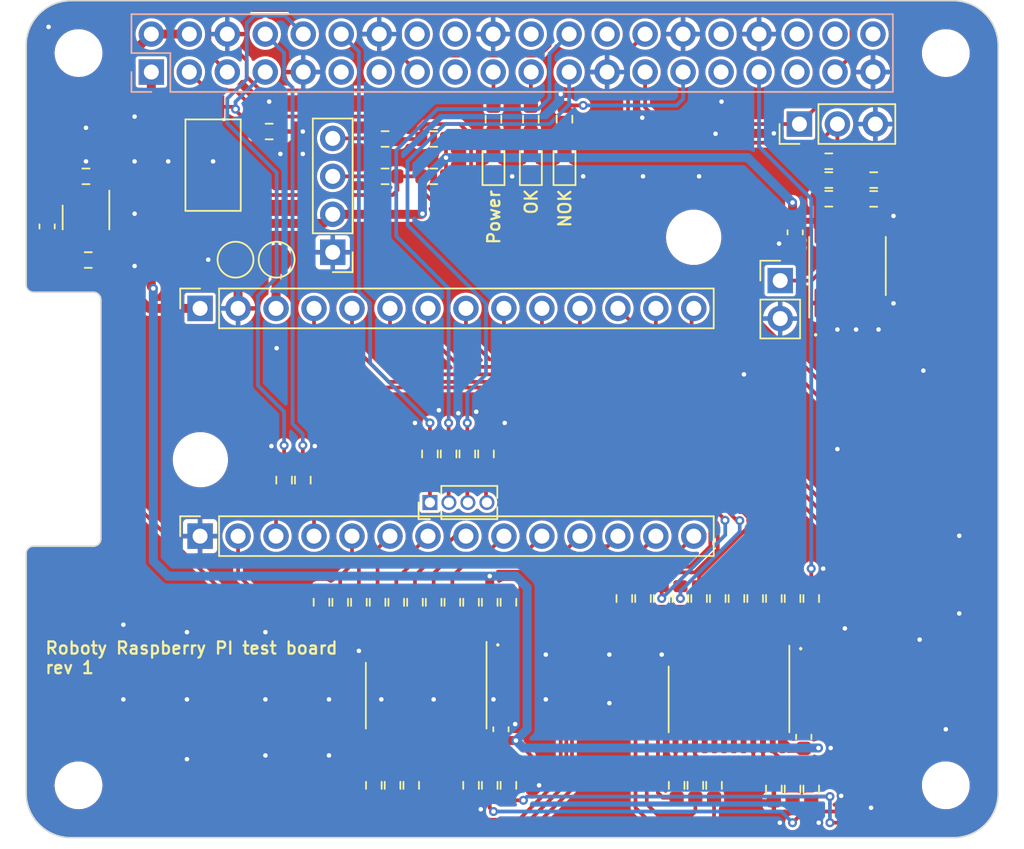
<source format=kicad_pcb>
(kicad_pcb (version 20221018) (generator pcbnew)
  (title_block (date "15 nov 2012"))
  (layers (0 "F.Cu" signal "Front") (31 "B.Cu" signal "Back") (34 "B.Paste" user) (35 "F.Paste" user) (36 "B.SilkS" user "B.Silkscreen") (37 "F.SilkS" user "F.Silkscreen") (38 "B.Mask" user) (39 "F.Mask" user) (44 "Edge.Cuts" user))
  (net 0 "")
  (net 1 "GND")
  (net 2 "/GPIO2{slash}SDA1")
  (net 3 "/GPIO3{slash}SCL1")
  (net 4 "/GPIO4{slash}GPCLK0")
  (net 5 "/GPIO14{slash}TXD0")
  (net 6 "/GPIO15{slash}RXD0")
  (net 7 "/GPIO17")
  (net 8 "/GPIO18{slash}PCM.CLK")
  (net 9 "/GPIO27")
  (net 10 "/GPIO22")
  (net 11 "/GPIO24")
  (net 12 "/GPIO10{slash}SPI0.MOSI")
  (net 13 "/GPIO9{slash}SPI0.MISO")
  (net 14 "/GPIO25")
  (net 15 "/GPIO11{slash}SPI0.SCLK")
  (net 16 "/GPIO8{slash}SPI0.CE0")
  (net 17 "/GPIO7{slash}SPI0.CE1")
  (net 18 "/ID_SDA")
  (net 19 "/ID_SCL")
  (net 20 "/GPIO5")
  (net 21 "/GPIO6")
  (net 22 "/GPIO13{slash}PWM1")
  (net 23 "/GPIO16")
  (net 24 "/GPIO26")
  (net 25 "/GPIO20{slash}PCM.DIN")
  (net 26 "/GPIO21{slash}PCM.DOUT")
  (net 27 "+5V")
  (net 28 "+3V3")
  (net 29 "HDR_LFT_PA8")
  (net 30 "/UART_TX")
  (net 31 "/UART_RX")
  (net 32 "HDR_LFT_PA3")
  (net 33 "HDR_LFT_PA2")
  (net 34 "HDR_LFT_PA1")
  (net 35 "HDR_LFT_PA0")
  (net 36 "HDR_LFT_PA15")
  (net 37 "HDR_LFT_PB4")
  (net 38 "HDR_RGT_PB5")
  (net 39 "HDR_RGT_PB7")
  (net 40 "HDR_RGT_PB8")
  (net 41 "HDR_RGT_PB9")
  (net 42 "VDC")
  (net 43 "Net-(U1-CT)")
  (net 44 "HDR_RGT_PB14")
  (net 45 "HDR_RGT_PB13")
  (net 46 "HDR_RGT_PB12")
  (net 47 "HDR_RGT_PB10")
  (net 48 "HDR_LFT_PA7")
  (net 49 "HDR_LFT_PA6")
  (net 50 "HDR_LFT_PA5")
  (net 51 "HDR_LFT_PA4")
  (net 52 "HDR_RGT_PB15")
  (net 53 "HDR_RGT_PC1")
  (net 54 "HDR_RGT_PC0")
  (net 55 "/RST")
  (net 56 "/SWDIO")
  (net 57 "/SWCLK")
  (net 58 "/SWO")
  (net 59 "Net-(J3-Pin_3)")
  (net 60 "/ON{slash}OFF")
  (net 61 "Net-(J5-Pin_3)")
  (net 62 "Net-(J5-Pin_4)")
  (net 63 "Net-(U5-A2)")
  (net 64 "Net-(U5-A1)")
  (net 65 "Net-(U5-P00)")
  (net 66 "Net-(U5-P01)")
  (net 67 "Net-(U5-P02)")
  (net 68 "Net-(U5-P03)")
  (net 69 "Net-(U5-P04)")
  (net 70 "Net-(U5-P05)")
  (net 71 "Net-(U5-P06)")
  (net 72 "Net-(U5-P07)")
  (net 73 "Net-(U5-P10)")
  (net 74 "Net-(U5-P11)")
  (net 75 "Net-(U5-P12)")
  (net 76 "Net-(U2-P06)")
  (net 77 "Net-(U2-P07)")
  (net 78 "Net-(U2-P10)")
  (net 79 "Net-(U2-P11)")
  (net 80 "Net-(U2-P12)")
  (net 81 "Net-(U2-P00)")
  (net 82 "Net-(U2-P01)")
  (net 83 "Net-(U2-P02)")
  (net 84 "Net-(U2-P03)")
  (net 85 "Net-(U2-P04)")
  (net 86 "Net-(U2-P05)")
  (net 87 "Net-(U5-SDA)")
  (net 88 "/A2")
  (net 89 "/B2")
  (net 90 "/C2")
  (net 91 "Net-(U5-SCL)")
  (net 92 "Net-(U5-~{INT})")
  (net 93 "Net-(U5-A0)")
  (net 94 "Net-(U1-QOD)")
  (net 95 "Net-(D1-A)")
  (net 96 "Net-(D2-A)")
  (net 97 "/OUT_MUX1")
  (net 98 "/OUT_MUX2")
  (net 99 "Net-(U2-A2)")
  (net 100 "/OUT_MUX3")
  (net 101 "Net-(U2-A1)")
  (net 102 "Net-(D3-A)")
  (net 104 "Net-(U2-A0)")
  (net 115 "Net-(J6-Pin_1)")
  (net 116 "Net-(U3-SDA)")
  (net 117 "Net-(U3-SCL)")
  (footprint "Resistor_SMD:R_0603_1608Metric" (layer "F.Cu") (at 145 84 -90)
    (fp_text reference "R23" hide)
    (fp_text value "1k")
  )
  (footprint "MountingHole:MountingHole_2.7mm_M2.5" (layer "F.Cu") (at 161.5 47.5)
    (fp_text reference "MH2" hide)
    (fp_text value "MountingHole_2.7mm_M2.5" hide)
  )
  (footprint "Resistor_SMD:R_0603_1608Metric" (layer "F.Cu") (at 121 84.25 90)
    (fp_text reference "R20" hide)
    (fp_text value "1k")
  )
  (footprint "LED_SMD:LED_0603_1608Metric" (layer "F.Cu") (at 131.25 54.85 90)
    (fp_text reference "D1" hide)
    (fp_text value "LED_Power")
  )
  (footprint "Resistor_SMD:R_0603_1608Metric" (layer "F.Cu") (at 146 96.5 90)
    (fp_text reference "R35" hide)
    (fp_text value "1k")
  )
  (footprint "Resistor_SMD:R_0603_1608Metric" (layer "F.Cu") (at 151.25 96.75 90)
    (fp_text reference "R40" hide)
    (fp_text value "0")
  )
  (footprint "Resistor_SMD:R_0603_1608Metric" (layer "F.Cu") (at 124.75 84.25 -90)
    (fp_text reference "R17" hide)
    (fp_text value "1k")
  )
  (footprint "Resistor_SMD:R_0603_1608Metric" (layer "F.Cu") (at 147.5 84 90)
    (fp_text reference "R26" hide)
    (fp_text value "1k")
  )
  (footprint "Resistor_SMD:R_0603_1608Metric" (layer "F.Cu") (at 124.5 96.5 -90)
    (fp_text reference "R28" hide)
    (fp_text value "1k")
  )
  (footprint "Resistor_SMD:R_0603_1608Metric" (layer "F.Cu") (at 132.25 96.5 -90)
    (fp_text reference "R36" hide)
    (fp_text value "0")
  )
  (footprint "Resistor_SMD:R_0603_1608Metric" (layer "F.Cu") (at 156.675 57.26)
    (fp_text reference "R55" hide)
    (fp_text value "0")
  )
  (footprint "Resistor_SMD:R_0603_1608Metric" (layer "F.Cu") (at 129.75 84.25 -90)
    (fp_text reference "R42" hide)
    (fp_text value "1k")
  )
  (footprint "Resistor_SMD:R_0603_1608Metric" (layer "F.Cu") (at 148.75 84 -90)
    (fp_text reference "R25" hide)
    (fp_text value "1k")
  )
  (footprint "Resistor_SMD:R_0603_1608Metric" (layer "F.Cu") (at 127 74.325 -90)
    (fp_text reference "R9" hide)
    (fp_text value "0")
  )
  (footprint "Resistor_SMD:R_0603_1608Metric" (layer "F.Cu") (at 123.25 96.5 90)
    (fp_text reference "R27" hide)
    (fp_text value "1k")
  )
  (footprint "Resistor_SMD:R_0603_1608Metric" (layer "F.Cu") (at 130.75 74.325 -90)
    (fp_text reference "R12" hide)
    (fp_text value "0")
  )
  (footprint "Package_SO:TSSOP-24_4.4x7.8mm_P0.65mm" (layer "F.Cu") (at 126.75 90.5 -90)
    (fp_text reference "U5" hide)
    (fp_text value "TCA9555PWR")
  )
  (footprint "Resistor_SMD:R_0603_1608Metric" (layer "F.Cu") (at 136 51.925 -90)
    (fp_text reference "R46" hide)
    (fp_text value "1k")
  )
  (footprint "Resistor_SMD:R_0603_1608Metric" (layer "F.Cu") (at 152.5 84 90)
    (fp_text reference "R41" hide)
    (fp_text value "0")
  )
  (footprint "Resistor_SMD:R_0603_1608Metric" (layer "F.Cu") (at 150 96.75 90)
    (fp_text reference "R48" hide)
    (fp_text value "1k")
  )
  (footprint "TestPoint:TestPoint_Pad_D2.0mm" (layer "F.Cu") (at 116.75 61.325)
    (fp_text reference "TP1" hide)
    (fp_text value "3V3")
  )
  (footprint "LED_SMD:LED_0603_1608Metric" (layer "F.Cu") (at 136 54.85 90)
    (fp_text reference "D3" hide)
    (fp_text value "LED_testNOK")
  )
  (footprint "Resistor_SMD:R_0603_1608Metric" (layer "F.Cu") (at 128.25 74.325 -90)
    (fp_text reference "R10" hide)
    (fp_text value "0")
  )
  (footprint "Capacitor_SMD:C_0603_1608Metric" (layer "F.Cu") (at 131.75 92.75 90)
    (fp_text reference "C2" hide)
    (fp_text value "100n")
  )
  (footprint "Resistor_SMD:R_0603_1608Metric" (layer "F.Cu") (at 128.5 84.25 90)
    (fp_text reference "R14" hide)
    (fp_text value "1k")
  )
  (footprint "Connector_PinHeader_1.27mm:PinHeader_1x04_P1.27mm_Vertical" (layer "F.Cu") (at 127 77.575 90)
    (fp_text reference "J4" hide)
    (fp_text value "SWD")
  )
  (footprint "Resistor_SMD:R_0603_1608Metric" (layer "F.Cu") (at 143.75 84 90)
    (fp_text reference "R24" hide)
    (fp_text value "1k")
  )
  (footprint "Resistor_SMD:R_0603_1608Metric" (layer "F.Cu") (at 133.75 51.925 -90)
    (fp_text reference "R45" hide)
    (fp_text value "1k")
  )
  (footprint "Connector_PinHeader_2.54mm:PinHeader_1x04_P2.54mm_Vertical" (layer "F.Cu") (at 120.5 60.83 180)
    (fp_text reference "J5" hide)
    (fp_text value "OLED")
  )
  (footprint "Resistor_SMD:R_0603_1608Metric" (layer "F.Cu") (at 127.25 55.75 180)
    (fp_text reference "R50" hide)
    (fp_text value "10k")
  )
  (footprint "Resistor_SMD:R_0603_1608Metric" (layer "F.Cu") (at 104 55.75 180)
    (fp_text reference "R8" hide)
    (fp_text value "0")
  )
  (footprint "Connector_PinHeader_2.54mm:PinHeader_1x03_P2.54mm_Vertical" (layer "F.Cu") (at 151.71 52.25 90)
    (fp_text reference "J7" hide)
    (fp_text value "I2C_prob")
  )
  (footprint "Resistor_SMD:R_0603_1608Metric" (layer "F.Cu") (at 127.25 53.25)
    (fp_text reference "R49" hide)
    (fp_text value "10k")
  )
  (footprint "Resistor_SMD:R_0603_1608Metric" (layer "F.Cu") (at 142.5 84 90)
    (fp_text reference "R30" hide)
    (fp_text value "1k")
  )
  (footprint "Resistor_SMD:R_0603_1608Metric" (layer "F.Cu") (at 156.675 56 180)
    (fp_text reference "R54" hide)
    (fp_text value "0")
  )
  (footprint "MountingHole:MountingHole_3.2mm_M3_ISO14580" (layer "F.Cu") (at 144.64 59.83)
    (fp_text reference "H1" hide)
    (fp_text value "MountingHole")
  )
  (footprint "MountingHole:MountingHole_3.2mm_M3_ISO14580" (layer "F.Cu") (at 111.65 74.71)
    (fp_text reference "H2" hide)
    (fp_text value "MountingHole")
  )
  (footprint "LED_SMD:LED_0603_1608Metric" (layer "F.Cu") (at 133.75 54.85 90)
    (fp_text reference "D2" hide)
    (fp_text value "LED_testOK")
  )
  (footprint "Resistor_SMD:R_0603_1608Metric" (layer "F.Cu") (at 129.5 74.325 -90)
    (fp_text reference "R11" hide)
    (fp_text value "0")
  )
  (footprint "Resistor_SMD:R_0603_1608Metric" (layer "F.Cu") (at 146.25 84 90)
    (fp_text reference "R22" hide)
    (fp_text value "1k")
  )
  (footprint "Resistor_SMD:R_0603_1608Metric" (layer "F.Cu") (at 143.5 96.5 90)
    (fp_text reference "R33" hide)
    (fp_text value "1k")
  )
  (footprint "MountingHole:MountingHole_2.7mm_M2.5" (layer "F.Cu") (at 103.5 96.5)
    (fp_text reference "MH3" hide)
    (fp_text value "MountingHole_2.7mm_M2.5" hide)
  )
  (footprint "Resistor_SMD:R_0603_1608Metric" (layer "F.Cu") (at 131 84.25 90)
    (fp_text reference "R5" hide)
    (fp_text value "1k")
  )
  (footprint "Resistor_SMD:R_0603_1608Metric" (layer "F.Cu") (at 151.25 84 90)
    (fp_text reference "R44" hide)
    (fp_text value "1k")
  )
  (footprint "MountingHole:MountingHole_2.7mm_M2.5" (layer "F.Cu") (at 103.5 47.5)
    (fp_text reference "MH1" hide)
    (fp_text value "MountingHole_2.7mm_M2.5" hide)
  )
  (footprint "Resistor_SMD:R_0603_1608Metric" (layer "F.Cu") (at 125.75 96.5 90)
    (fp_text reference "R29" hide)
    (fp_text value "1k")
  )
  (footprint "Button_Switch_SMD:SW_SPST_CK_RS282G05A3" (layer "F.Cu") (at 112.5 55 90)
    (fp_text reference "SW1" hide)
    (fp_text value "Start")
  )
  (footprint "Capacitor_SMD:C_0603_1608Metric" (layer "F.Cu") (at 152 93.25 90)
    (fp_text reference "C3" hide)
    (fp_text value "100n")
  )
  (footprint "Resistor_SMD:R_0603_1608Metric" (layer "F.Cu") (at 116.25 52.75 180)
    (fp_text reference "R47" hide)
    (fp_text value "10k")
  )
  (footprint "Resistor_SMD:R_0603_1608Metric" (layer "F.Cu") (at 152.5 96.75 -90)
    (fp_text reference "R39" hide)
    (fp_text value "0")
  )
  (footprint "Resistor_SMD:R_0603_1608Metric" (layer "F.Cu") (at 117.25 76.075 -90)
    (fp_text reference "R7" hide)
    (fp_text value "0")
  )
  (footprint "Resistor_SMD:R_0603_1608Metric" (layer "F.Cu") (at 104.15 61.35 180)
    (fp_text reference "R1" hide)
    (fp_text value "1k")
  )
  (footprint "Resistor_SMD:R_0603_1608Metric" (layer "F.Cu") (at 153.675 57.25)
    (fp_text reference "R51" hide)
    (fp_text value "10k")
  )
  (footprint "Resistor_SMD:R_0603_1608Metric" (layer "F.Cu") (at 122.25 84.25 -90)
    (fp_text reference "R19" hide)
    (fp_text value "1k")
  )
  (footprint "TestPoint:TestPoint_Pad_D2.0mm" (layer "F.Cu") (at 114 61.325)
    (fp_text reference "TP2" hide)
    (fp_text value "GND")
  )
  (footprint "Resistor_SMD:R_0603_1608Metric" (layer "F.Cu") (at 141.25 84 -90)
    (fp_text reference "R31" hide)
    (fp_text value "1k")
  )
  (footprint "Capacitor_SMD:C_0603_1608Metric" (layer "F.Cu") (at 151.425 59.5 -90)
    (fp_text reference "C4" hide)
    (fp_text value "100n")
  )
  (footprint "Capacitor_SMD:C_0603_1608Metric" (layer "F.Cu") (at 101.4 59.1 -90)
    (fp_text reference "C1" hide)
    (fp_text value "~")
  )
  (footprint "MountingHole:MountingHole_2.7mm_M2.5" (layer "F.Cu") (at 161.5 96.5)
    (fp_text reference "MH4" hide)
    (fp_text value "MountingHole_2.7mm_M2.5" hide)
  )
  (footprint "Connector_PinSocket_2.54mm:PinSocket_1x14_P2.54mm_Vertical" (layer "F.Cu") (at 111.63 64.585 90)
    (fp_text reference "J3" hide)
    (fp_text value "Right_")
  )
  (footprint "Resistor_SMD:R_0603_1608Metric" (layer "F.Cu") (at 153.675 56)
    (fp_text reference "R53" hide)
    (fp_text value "10k")
  )
  (footprint "Resistor_SMD:R_0603_1608Metric" (layer "F.Cu") (at 150 84 -90)
    (fp_text reference "R43" hide)
    (fp_text value "1k")
  )
  (footprint "Resistor_SMD:R_0603_1608Metric" (layer "F.Cu") (at 140 84 90)
    (fp_text reference "R32" hide)
    (fp_text value "1k")
  )
  (footprint "Resistor_SMD:R_0603_1608Metric" (layer "F.Cu") (at 153.675 54.74)
    (fp_text reference "R52" hide)
    (fp_text value "10k")
  )
  (footprint "Package_SO:TSSOP-24_4.4x7.8mm_P0.65mm" (layer "F.Cu") (at 147 90.75 -90)
    (fp_text reference "U2" hide)
    (fp_text value "TCA9555PWR")
  )
  (footprint "Resistor_SMD:R_0603_1608Metric" (layer "F.Cu") (at 119.75 84.25 -90)
    (fp_text reference "R21" hide)
    (fp_text value "1k")
  )
  (footprint "Resistor_SMD:R_0603_1608Metric" (layer "F.Cu") (at 127.25 84.25 -90)
    (fp_text reference "R15" hide)
    (fp_text value "1k")
  )
  (footprint "Resistor_SMD:R_0603_1608Metric" (layer "F.Cu") (at 123.5 84.25 90)
    (fp_text reference "R18" hide)
    (fp_text value "1k")
  )
  (footprint "Resistor_SMD:R_0603_1608Metric" (layer "F.Cu") (at 124 53.25 180)
    (fp_text reference "R3" hide)
    (fp_text value "0")
  )
  (footprint "Package_TO_SOT_SMD:SOT-23-6" (layer "F.Cu") (at 104 58.5 -90)
    (fp_text reference "U1" hide)
    (fp_text value "TPS22917DBV")
  )
  (footprint "Resistor_SMD:R_0603_1608Metric" (layer "F.Cu") (at 118.5 76.075 90)
    (fp_text reference "R6" hide)
    (fp_text value "0")
  )
  (footprint "Resistor_SMD:R_0603_1608Metric" (layer "F.Cu") (at 132.25 84.25 90)
    (fp_text reference "R38" hide)
    (fp_text value "0")
  )
  (footprint "Resistor_SMD:R_0603_1608Metric" (layer "F.Cu") (at 124 55.75)
    (fp_text reference "R2" hide)
    (fp_text value "0")
  )
  (footprint "Connector_PinSocket_2.54mm:PinSocket_1x14_P2.54mm_Vertical" (layer "F.Cu") (at 111.63 79.825 90)
    (fp_text reference "J2" hide)
    (fp_text value "Left_")
  )
  (footprint "Package_SO:SOIC-8_3.9x4.9mm_P1.27mm" (layer "F.Cu") (at 154.925 61.75 90)
    (fp_text reference "U3" hide)
    (fp_text value "CAT24C32")
  )
  (footprint "Resistor_SMD:R_0603_1608Metric" (layer "F.Cu") (at 126 84.25 90)
    (fp_text reference "R16" hide)
    (fp_text value "1k")
  )
  (footprint "Resistor_SMD:R_0603_1608Metric" (layer "F.Cu") (at 144.75 96.5 -90)
    (fp_text reference "R34" hide)
    (fp_text value "1k")
  )
  (footprint "Resistor_SMD:R_0603_1608Metric" (layer "F.Cu") (at 131.25 51.925 -90)
    (fp_text reference "R13" hide)
    (fp_text value "1k")
  )
  (footprint "Connector_PinHeader_2.54mm:PinHeader_1x02_P2.54mm_Vertical" (layer "F.Cu") (at 150.425 62.725)
    (fp_text reference "J6" hide)
    (fp_text value "WP_jumper")
  )
  (footprint "Resistor_SMD:R_0603_1608Metric" (layer "F.Cu") (at 129.75 96.5 90)
    (fp_text reference "R4" hide)
    (fp_text value "1k")
  )
  (footprint "Resistor_SMD:R_0603_1608Metric" (layer "F.Cu") (at 131 96.5 90)
    (fp_text reference "R37" hide)
    (fp_text value "0")
  )
  (footprint "Connector_PinSocket_2.54mm:PinSocket_2x20_P2.54mm_Vertical" (layer "B.Cu") (at 108.37 48.77 -90)
    (fp_text reference "J1" hide)
    (fp_text value "GPIO")
  )
  (gr_arc (start 100.5 63.5) (mid 100.146447 63.353553) (end 100 63) (stroke (width 0.1)) (layer "Edge.Cuts"))
  (gr_arc (start 162 44) (mid 164.12132 44.87868) (end 165 47) (stroke (width 0.1)) (layer "Edge.Cuts"))
  (gr_line (start 165 97) (end 165 47) (stroke (width 0.1)) (layer "Edge.Cuts"))
  (gr_line (start 100 47) (end 100 63) (stroke (width 0.1)) (layer "Edge.Cuts"))
  (gr_arc (start 103 100) (mid 100.87868 99.12132) (end 100 97) (stroke (width 0.1)) (layer "Edge.Cuts"))
  (gr_line (start 103 100) (end 162 100) (stroke (width 0.1)) (layer "Edge.Cuts"))
  (gr_line (start 104.5 80.5) (end 100.5 80.5) (stroke (width 0.1)) (layer "Edge.Cuts"))
  (gr_arc (start 100 81) (mid 100.146138 80.646755) (end 100.499127 80.500001) (stroke (width 0.1)) (layer "Edge.Cuts"))
  (gr_arc (start 165 97) (mid 164.12132 99.12132) (end 162 100) (stroke (width 0.1)) (layer "Edge.Cuts"))
  (gr_line (start 105 64) (end 105 80) (stroke (width 0.1)) (layer "Edge.Cuts"))
  (gr_arc (start 100 47) (mid 100.87868 44.87868) (end 103 44) (stroke (width 0.1)) (layer "Edge.Cuts"))
  (gr_line (start 100 81) (end 100 97) (stroke (width 0.1)) (layer "Edge.Cuts"))
  (gr_line (start 100.5 63.5) (end 104.5 63.5) (stroke (width 0.1)) (layer "Edge.Cuts"))
  (gr_arc (start 105 80) (mid 104.853553 80.353553) (end 104.5 80.5) (stroke (width 0.1)) (layer "Edge.Cuts"))
  (gr_arc (start 104.5 63.5) (mid 104.853553 63.646447) (end 105 64) (stroke (width 0.1)) (layer "Edge.Cuts"))
  (gr_line (start 162 44) (end 103 44) (stroke (width 0.1)) (layer "Edge.Cuts"))
  (gr_text "Roboty Raspberry PI test board\nrev 1" (at 101.2 89.1) (layer "F.SilkS") (effects (font (size 0.8128 0.8128) (thickness 0.1524) bold) (justify left bottom)))
  (gr_text "NOK" (at 136.5 59.25 90) (layer "F.SilkS") (effects (font (size 0.8128 0.8128) (thickness 0.1524) bold) (justify left bottom)))
  (gr_text "." (at 131.25 87.25) (layer "F.SilkS") (effects (font (size 0.8128 0.8128) (thickness 0.1524) bold) (justify left bottom)))
  (gr_text "." (at 152.5 66.5) (layer "F.SilkS") (effects (font (size 0.8128 0.8128) (thickness 0.1524) bold) (justify left bottom)))
  (gr_text " Power " (at 131.75 61 90) (layer "F.SilkS") (effects (font (size 0.8128 0.8128) (thickness 0.1524) bold) (justify left bottom)))
  (gr_text "." (at 151.5 87.5) (layer "F.SilkS") (effects (font (size 0.8128 0.8128) (thickness 0.1524) bold) (justify left bottom)))
  (gr_text " OK" (at 134.25 59 90) (layer "F.SilkS") (effects (font (size 0.8128 0.8128) (thickness 0.1524) bold) (justify left bottom)))
  (segment (start 114.17 61.495) (end 114 61.325) (width 0.6) (layer "F.Cu") (net 1))
  (segment (start 114.17 64.585) (end 114.17 61.495) (width 0.6) (layer "F.Cu") (net 1))
  (via (at 150 52.875) (size 0.6) (drill 0.3) (layers "F.Cu" "B.Cu") (net 1))
  (via (at 139 91) (size 0.6) (drill 0.3) (layers "F.Cu" "B.Cu") (net 1))
  (via (at 116.4 73.8) (size 0.6) (drill 0.3) (layers "F.Cu" "B.Cu") (net 1))
  (via (at 120.25 90.75) (size 0.6) (drill 0.3) (layers "F.Cu" "B.Cu") (net 1))
  (via (at 162.4 85) (size 0.6) (drill 0.3) (layers "F.Cu" "B.Cu") (net 1))
  (via (at 131.25 90.75) (size 0.6) (drill 0.3) (layers "F.Cu" "B.Cu") (net 1))
  (via (at 150.4 99) (size 0.6) (drill 0.3) (layers "F.Cu" "B.Cu") (net 1))
  (via (at 106.5 90.75) (size 0.6) (drill 0.3) (layers "F.Cu" "B.Cu") (net 1))
  (via (at 153 99) (size 0.6) (drill 0.3) (layers "F.Cu" "B.Cu") (net 1))
  (via (at 132.5 55.75) (size 0.6) (drill 0.3) (layers "F.Cu" "B.Cu") (net 1))
  (via (at 128.9 71.6) (size 0.6) (drill 0.3) (layers "F.Cu" "B.Cu") (net 1))
  (via (at 118.5 52.75) (size 0.6) (drill 0.3) (layers "F.Cu" "B.Cu") (net 1))
  (via (at 107.25 61.75) (size 0.6) (drill 0.3) (layers "F.Cu" "B.Cu") (net 1))
  (via (at 127.25 90.75) (size 0.6) (drill 0.3) (layers "F.Cu" "B.Cu") (net 1))
  (via (at 134.75 87.75) (size 0.6) (drill 0.3) (layers "F.Cu" "B.Cu") (net 1))
  (via (at 162.4 79.8) (size 0.6) (drill 0.3) (layers "F.Cu" "B.Cu") (net 1))
  (via (at 157 66) (size 0.6) (drill 0.3) (layers "F.Cu" "B.Cu") (net 1))
  (via (at 161.5 92.75) (size 0.6) (drill 0.3) (layers "F.Cu" "B.Cu") (net 1))
  (via (at 127.6 71.4) (size 0.6) (drill 0.3) (layers "F.Cu" "B.Cu") (net 1))
  (via (at 154.75 86) (size 0.6) (drill 0.3) (layers "F.Cu" "B.Cu") (net 1))
  (via (at 112.175 61.325) (size 0.6) (drill 0.3) (layers "F.Cu" "B.Cu") (net 1))
  (via (at 110.75 90.75) (size 0.6) (drill 0.3) (layers "F.Cu" "B.Cu") (net 1))
  (via (at 132.7 92.4) (size 0.6) (drill 0.3) (layers "F.Cu" "B.Cu") (net 1))
  (via (at 146.1 52.9) (size 0.6) (drill 0.3) (layers "F.Cu" "B.Cu") (net 1))
  (via (at 142.5 87.75) (size 0.6) (drill 0.3) (layers "F.Cu" "B.Cu") (net 1))
  (via (at 110.75 94.75) (size 0.6) (drill 0.3) (layers "F.Cu" "B.Cu") (net 1))
  (via (at 134.75 90.75) (size 0.6) (drill 0.3) (layers "F.Cu" "B.Cu") (net 1))
  (via (at 116 86.25) (size 0.6) (drill 0.3) (layers "F.Cu" "B.Cu") (net 1))
  (via (at 109.5 54.75) (size 0.6) (drill 0.3) (layers "F.Cu" "B.Cu") (net 1))
  (via (at 118.5 54.25) (size 0.6) (drill 0.3) (layers "F.Cu" "B.Cu") (net 1))
  (via (at 116.25 50.75) (size 0.6) (drill 0.3) (layers "F.Cu" "B.Cu") (net 1))
  (via (at 137.25 55.75) (size 0.6) (drill 0.3) (layers "F.Cu" "B.Cu") (net 1))
  (via (at 141.25 55.75) (size 0.6) (drill 0.3) (layers "F.Cu" "B.Cu") (net 1))
  (via (at 117 54.25) (size 0.6) (drill 0.3) (layers "F.Cu" "B.Cu") (net 1))
  (via (at 104 52.5) (size 0.6) (drill 0.3) (layers "F.Cu" "B.Cu") (net 1))
  (via (at 141.2 51.825) (size 0.6) (drill 0.3) (layers "F.Cu" "B.Cu") (net 1))
  (via (at 116.75 67.25) (size 0.6) (drill 0.3) (layers "F.Cu" "B.Cu") (net 1))
  (via (at 107.25 51.75) (size 0.6) (drill 0.3) (layers "F.Cu" "B.Cu") (net 1))
  (via (at 104 54.75) (size 0.6) (drill 0.3) (layers "F.Cu" "B.Cu") (net 1))
  (via (at 158 64.25) (size 0.6) (drill 0.3) (layers "F.Cu" "B.Cu") (net 1))
  (via (at 153.3 82) (size 0.6) (drill 0.3) (layers "F.Cu" "B.Cu") (net 1))
  (via (at 116 94.5) (size 0.6) (drill 0.3) (layers "F.Cu" "B.Cu") (net 1))
  (via (at 132 72.25) (size 0.6) (drill 0.3) (layers "F.Cu" "B.Cu") (net 1))
  (via (at 154.25 74) (size 0.6) (drill 0.3) (layers "F.Cu" "B.Cu") (net 1))
  (via (at 122.25 87.5) (size 0.6) (drill 0.3) (layers "F.Cu" "B.Cu") (net 1))
  (via (at 119.3 73.8) (size 0.6) (drill 0.3) (layers "F.Cu" "B.Cu") (net 1))
  (via (at 107.25 58.25) (size 0.6) (drill 0.3) (layers "F.Cu" "B.Cu") (net 1))
  (via (at 107.25 54.75) (size 0.6) (drill 0.3) (layers "F.Cu" "B.Cu") (net 1))
  (via (at 156.5 98) (size 0.6) (drill 0.3) (layers "F.Cu" "B.Cu") (net 1))
  (via (at 112.5 54.75) (size 0.6) (drill 0.3) (layers "F.Cu" "B.Cu") (net 1))
  (via (at 158 58.4) (size 0.6) (drill 0.3) (layers "F.Cu" "B.Cu") (net 1))
  (via (at 148 69) (size 0.6) (drill 0.3) (layers "F.Cu" "B.Cu") (net 1))
  (via (at 135.75 50.25) (size 0.6) (drill 0.3) (layers "F.Cu" "B.Cu") (net 1))
  (via (at 130.1 71.5) (size 0.6) (drill 0.3) (layers "F.Cu" "B.Cu") (net 1))
  (via (at 120.25 94.5) (size 0.6) (drill 0.3) (layers "F.Cu" "B.Cu") (net 1))
  (via (at 145 55.75) (size 0.6) (drill 0.3) (layers "F.Cu" "B.Cu") (net 1))
  (via (at 134.3 96.5) (size 0.6) (drill 0.3) (layers "F.Cu" "B.Cu") (net 1))
  (via (at 123.75 90.75) (size 0.6) (drill 0.3) (layers "F.Cu" "B.Cu") (net 1))
  (via (at 139 87.75) (size 0.6) (drill 0.3) (layers "F.Cu" "B.Cu") (net 1))
  (via (at 126 72.25) (size 0.6) (drill 0.3) (layers "F.Cu" "B.Cu") (net 1))
  (via (at 110.75 86.25) (size 0.6) (drill 0.3) (layers "F.Cu" "B.Cu") (net 1))
  (via (at 159.75 86.75) (size 0.6) (drill 0.3) (layers "F.Cu" "B.Cu") (net 1))
  (via (at 150.35 60.25) (size 0.6) (drill 0.3) (layers "F.Cu" "B.Cu") (net 1))
  (via (at 154.5 97.2) (size 0.6) (drill 0.3) (layers "F.Cu" "B.Cu") (net 1))
  (via (at 106.5 85.75) (size 0.6) (drill 0.3) (layers "F.Cu" "B.Cu") (net 1))
  (via (at 155.5 66) (size 0.6) (drill 0.3) (layers "F.Cu" "B.Cu") (net 1))
  (via (at 160 68.75) (size 0.6) (drill 0.3) (layers "F.Cu" "B.Cu") (net 1))
  (via (at 116 90.75) (size 0.6) (drill 0.3) (layers "F.Cu" "B.Cu") (net 1))
  (via (at 101.5 45.75) (size 0.6) (drill 0.3) (layers "F.Cu" "B.Cu") (net 1))
  (via (at 153.8 94) (size 0.6) (drill 0.3) (layers "F.Cu" "B.Cu") (net 1))
  (via (at 130.4 98.1) (size 0.6) (drill 0.3) (layers "F.Cu" "B.Cu") (net 1))
  (via (at 154.25 66) (size 0.6) (drill 0.3) (layers "F.Cu" "B.Cu") (net 1))
  (via (at 146.5 50.75) (size 0.6) (drill 0.3) (layers "F.Cu" "B.Cu") (net 1))
  (segment (start 156.5 99) (end 153.75 99) (width 0.25) (layer "F.Cu") (net 2))
  (segment (start 163 79.398464) (end 163 92.5) (width 0.25) (layer "F.Cu") (net 2))
  (segment (start 132.425 97.5) (end 132.25 97.325) (width 0.25) (layer "F.Cu") (net 2))
  (segment (start 133.25 97.5) (end 132.425 97.5) (width 0.25) (layer "F.Cu") (net 2))
  (segment (start 126.75 52.25) (end 129 52.25) (width 0.25) (layer "F.Cu") (net 2))
  (segment (start 112.14 50) (end 114 50) (width 0.25) (layer "F.Cu") (net 2))
  (segment (start 129.75 56.25) (end 130.5 57) (width 0.25) (layer "F.Cu") (net 2))
  (segment (start 110.91 48.77) (end 112.14 50) (width 0.25) (layer "F.Cu") (net 2))
  (segment (start 163 92.5) (end 156.5 99) (width 0.25) (layer "F.Cu") (net 2))
  (segment (start 124.25 51.75) (end 124.825 52.325) (width 0.25) (layer "F.Cu") (net 2))
  (segment (start 124.825 52.325) (end 124.825 53.25) (width 0.25) (layer "F.Cu") (net 2))
  (segment (start 129.75 53) (end 129.75 56.25) (width 0.25) (layer "F.Cu") (net 2))
  (segment (start 152.825 97.25) (end 152.5 97.575) (width 0.25) (layer "F.Cu") (net 2))
  (segment (start 115.75 51.75) (end 124.25 51.75) (width 0.25) (layer "F.Cu") (net 2))
  (segment (start 130.5 57) (end 146.75 57) (width 0.25) (layer "F.Cu") (net 2))
  (segment (start 153.75 97.25) (end 152.825 97.25) (width 0.25) (layer "F.Cu") (net 2))
  (segment (start 126.425 53.25) (end 124.825 53.25) (width 0.25) (layer "F.Cu") (net 2))
  (segment (start 126.425 53.25) (end 126.425 52.575) (width 0.25) (layer "F.Cu") (net 2))
  (segment (start 149 65.398464) (end 163 79.398464) (width 0.25) (layer "F.Cu") (net 2))
  (segment (start 114 50) (end 115.75 51.75) (width 0.25) (layer "F.Cu") (net 2))
  (segment (start 149 59.25) (end 149 65.398464) (width 0.25) (layer "F.Cu") (net 2))
  (segment (start 129 52.25) (end 129.75 53) (width 0.25) (layer "F.Cu") (net 2))
  (segment (start 146.75 57) (end 149 59.25) (width 0.25) (layer "F.Cu") (net 2))
  (segment (start 126.425 52.575) (end 126.75 52.25) (width 0.25) (layer "F.Cu") (net 2))
  (via (at 133.25 97.5) (size 0.6) (drill 0.3) (layers "F.Cu" "B.Cu") (net 2))
  (via (at 153.75 99) (size 0.6) (drill 0.3) (layers "F.Cu" "B.Cu") (net 2))
  (via (at 153.75 97.25) (size 0.6) (drill 0.3) (layers "F.Cu" "B.Cu") (net 2))
  (segment (start 153.75 99) (end 153.75 97.75) (width 0.25) (layer "B.Cu") (net 2))
  (segment (start 153.75 97.25) (end 133.5 97.25) (width 0.25) (layer "B.Cu") (net 2))
  (segment (start 153.75 97.75) (end 153.75 97.25) (width 0.25) (layer "B.Cu") (net 2))
  (segment (start 133.5 97.25) (end 133.25 97.5) (width 0.25) (layer "B.Cu") (net 2))
  (segment (start 145.75 57.5) (end 148.25 60) (width 0.25) (layer "F.Cu") (net 3))
  (segment (start 155 98.25) (end 151.925 98.25) (width 0.25) (layer "F.Cu") (net 3))
  (segment (start 151.925 98.25) (end 151.25 97.575) (width 0.25) (layer "F.Cu") (net 3))
  (segment (start 124.5 57) (end 124.825 56.675) (width 0.25) (layer "F.Cu") (net 3))
  (segment (start 134.5 58.25) (end 135.25 57.5) (width 0.25) (layer "F.Cu") (net 3))
  (segment (start 126.425 55.75) (end 126.425 56.675) (width 0.25) (layer "F.Cu") (net 3))
  (segment (start 151.25 99) (end 151.925 98.325) (width 0.25) (layer "F.Cu") (net 3))
  (segment (start 109.75 50.354) (end 116.396 57) (width 0.25) (layer "F.Cu") (net 3))
  (segment (start 112.18 47.5) (end 110.25 47.5) (width 0.25) (layer "F.Cu") (net 3))
  (segment (start 124.825 56.675) (end 124.825 55.75) (width 0.25) (layer "F.Cu") (net 3))
  (segment (start 116.396 57) (end 124.5 57) (width 0.25) (layer "F.Cu") (net 3))
  (segment (start 161.75 91.5) (end 155 98.25) (width 0.25) (layer "F.Cu") (net 3))
  (segment (start 124.825 55.75) (end 126.425 55.75) (width 0.25) (layer "F.Cu") (net 3))
  (segment (start 161.75 79.25) (end 161.75 91.5) (width 0.25) (layer "F.Cu") (net 3))
  (segment (start 148.25 65.75) (end 161.75 79.25) (width 0.25) (layer "F.Cu") (net 3))
  (segment (start 135.25 57.5) (end 145.75 57.5) (width 0.25) (layer "F.Cu") (net 3))
  (segment (start 131 98) (end 131.25 98.25) (width 0.25) (layer "F.Cu") (net 3))
  (segment (start 110.25 47.5) (end 109.75 48) (width 0.25) (layer "F.Cu") (net 3))
  (segment (start 126.425 56.675) (end 128 58.25) (width 0.25) (layer "F.Cu") (net 3))
  (segment (start 109.75 48) (end 109.75 50.354) (width 0.25) (layer "F.Cu") (net 3))
  (segment (start 148.25 60) (end 148.25 65.75) (width 0.25) (layer "F.Cu") (net 3))
  (segment (start 131 97.325) (end 131 98) (width 0.25) (layer "F.Cu") (net 3))
  (segment (start 128 58.25) (end 134.5 58.25) (width 0.25) (layer "F.Cu") (net 3))
  (segment (start 113.45 48.77) (end 112.18 47.5) (width 0.25) (layer "F.Cu") (net 3))
  (segment (start 151.925 98.325) (end 151.925 98.25) (width 0.25) (layer "F.Cu") (net 3))
  (via (at 131.25 98.25) (size 0.6) (drill 0.3) (layers "F.Cu" "B.Cu") (net 3))
  (via (at 151.25 99) (size 0.6) (drill 0.3) (layers "F.Cu" "B.Cu") (net 3))
  (segment (start 150.5 98.25) (end 151.25 99) (width 0.25) (layer "B.Cu") (net 3))
  (segment (start 131.25 98.25) (end 150.5 98.25) (width 0.25) (layer "B.Cu") (net 3))
  (segment (start 112.5 51.1) (end 113.775 51.1) (width 0.25) (layer "F.Cu") (net 4))
  (segment (start 113.775 51.1) (end 113.925 51.25) (width 0.25) (layer "F.Cu") (net 4))
  (segment (start 113.925 51.25) (end 114 51.25) (width 0.25) (layer "F.Cu") (net 4))
  (segment (start 114 51.25) (end 114 51.325) (width 0.25) (layer "F.Cu") (net 4))
  (segment (start 114 51.325) (end 115.425 52.75) (width 0.25) (layer "F.Cu") (net 4))
  (via (at 114 51.25) (size 0.6) (drill 0.3) (layers "F.Cu" "B.Cu") (net 4))
  (segment (start 114 51.25) (end 114 50.76) (width 0.25) (layer "B.Cu") (net 4))
  (segment (start 114 50.76) (end 115.99 48.77) (width 0.25) (layer "B.Cu") (net 4))
  (segment (start 118.5 73.75) (end 118.5 75.25) (width 0.25) (layer "F.Cu") (net 5))
  (via (at 118.5 73.75) (size 0.6) (drill 0.3) (layers "F.Cu" "B.Cu") (net 5))
  (segment (start 117.812 49.812) (end 117.812 72.312) (width 0.25) (layer "B.Cu") (net 5))
  (segment (start 117.25 49.25) (end 117.812 49.812) (width 0.25) (layer "B.Cu") (net 5))
  (segment (start 117.812 72.312) (end 118.5 73) (width 0.25) (layer "B.Cu") (net 5))
  (segment (start 115.99 46.23) (end 117.25 47.49) (width 0.25) (layer "B.Cu") (net 5))
  (segment (start 117.25 47.49) (end 117.25 49.25) (width 0.25) (layer "B.Cu") (net 5))
  (segment (start 118.5 73) (end 118.5 73.75) (width 0.25) (layer "B.Cu") (net 5))
  (segment (start 117.25 73.75) (end 117.25 75.25) (width 0.25) (layer "F.Cu") (net 6))
  (via (at 117.25 73.75) (size 0.6) (drill 0.3) (layers "F.Cu" "B.Cu") (net 6))
  (segment (start 116.75 62.5) (end 115.5 63.75) (width 0.25) (layer "B.Cu") (net 6))
  (segment (start 113.448 52.198) (end 116.75 55.5) (width 0.25) (layer "B.Cu") (net 6))
  (segment (start 114.75 49.25) (end 113.448 50.552) (width 0.25) (layer "B.Cu") (net 6))
  (segment (start 113.448 50.552) (end 113.448 52.198) (width 0.25) (layer "B.Cu") (net 6))
  (segment (start 118.53 46.23) (end 117.3 45) (width 0.25) (layer "B.Cu") (net 6))
  (segment (start 117.25 71.5) (end 117.25 73.75) (width 0.25) (layer "B.Cu") (net 6))
  (segment (start 117.3 45) (end 115.25 45) (width 0.25) (layer "B.Cu") (net 6))
  (segment (start 115.25 45) (end 114.75 45.5) (width 0.25) (layer "B.Cu") (net 6))
  (segment (start 114.75 45.5) (end 114.75 49.25) (width 0.25) (layer "B.Cu") (net 6))
  (segment (start 116.75 55.5) (end 116.75 62.5) (width 0.25) (layer "B.Cu") (net 6))
  (segment (start 115.5 69.75) (end 117.25 71.5) (width 0.25) (layer "B.Cu") (net 6))
  (segment (start 115.5 63.75) (end 115.5 69.75) (width 0.25) (layer "B.Cu") (net 6))
  (segment (start 127 72.25) (end 127 73.5) (width 0.25) (layer "F.Cu") (net 8))
  (via (at 127 72.25) (size 0.6) (drill 0.3) (layers "F.Cu" "B.Cu") (net 8))
  (segment (start 122.25 47.41) (end 122.25 63.486536) (width 0.25) (layer "B.Cu") (net 8))
  (segment (start 123 68.25) (end 127 72.25) (width 0.25) (layer "B.Cu") (net 8))
  (segment (start 123 64.236536) (end 123 68.25) (width 0.25) (layer "B.Cu") (net 8))
  (segment (start 122.25 63.486536) (end 123 64.236536) (width 0.25) (layer "B.Cu") (net 8))
  (segment (start 121.07 46.23) (end 122.25 47.41) (width 0.25) (layer "B.Cu") (net 8))
  (segment (start 102.548964 63.048964) (end 105.048964 63.048964) (width 0.25) (layer "F.Cu") (net 10))
  (segment (start 100.5 61) (end 102.548964 63.048964) (width 0.25) (layer "F.Cu") (net 10))
  (segment (start 126.15 48.77) (end 125 47.62) (width 0.25) (layer "F.Cu") (net 10))
  (segment (start 106.25 64.25) (end 106.25 76.649) (width 0.25) (layer "F.Cu") (net 10))
  (segment (start 125 47.62) (end 125 45.75) (width 0.25) (layer "F.Cu") (net 10))
  (segment (start 125 45.75) (end 123.873 44.623) (width 0.25) (layer "F.Cu") (net 10))
  (segment (start 105.225 48.293) (end 100.5 53.018) (width 0.25) (layer "F.Cu") (net 10))
  (segment (start 113.851 84.25) (end 131.425 84.25) (width 0.25) (layer "F.Cu") (net 10))
  (segment (start 105.048964 63.048964) (end 106.25 64.25) (width 0.25) (layer "F.Cu") (net 10))
  (segment (start 123.873 44.623) (end 107.343842 44.623) (width 0.25) (layer "F.Cu") (net 10))
  (segment (start 106.25 76.649) (end 113.851 84.25) (width 0.25) (layer "F.Cu") (net 10))
  (segment (start 131.425 84.25) (end 132.25 83.425) (width 0.25) (layer "F.Cu") (net 10))
  (segment (start 100.5 53.018) (end 100.5 61) (width 0.25) (layer "F.Cu") (net 10))
  (segment (start 107.343842 44.623) (end 105.225 46.741842) (width 0.25) (layer "F.Cu") (net 10))
  (segment (start 105.225 46.741842) (end 105.225 48.293) (width 0.25) (layer "F.Cu") (net 10))
  (segment (start 131.25 48.79) (end 131.23 48.77) (width 0.25) (layer "F.Cu") (net 12))
  (segment (start 131.25 51.1) (end 131.25 48.79) (width 0.25) (layer "F.Cu") (net 12))
  (segment (start 133.75 51.1) (end 133.75 48.79) (width 0.25) (layer "F.Cu") (net 13))
  (segment (start 133.75 48.79) (end 133.77 48.77) (width 0.25) (layer "F.Cu") (net 13))
  (segment (start 129.5 72.25) (end 129.5 73.5) (width 0.25) (layer "F.Cu") (net 15))
  (via (at 129.5 72.25) (size 0.6) (drill 0.3) (layers "F.Cu" "B.Cu") (net 15))
  (segment (start 130.75 64.25) (end 130.75 64.75) (width 0.25) (layer "B.Cu") (net 15))
  (segment (start 130.75 69) (end 129.5 70.25) (width 0.25) (layer "B.Cu") (net 15))
  (segment (start 125.5 59) (end 126.5 60) (width 0.25) (layer "B.Cu") (net 15))
  (segment (start 135 52.25) (end 128 52.25) (width 0.25) (layer "B.Cu") (net 15))
  (segment (start 136.31 50.94) (end 135 52.25) (width 0.25) (layer "B.Cu") (net 15))
  (segment (start 126.5 60) (end 130.75 64.25) (width 0.25) (layer "B.Cu") (net 15))
  (segment (start 130.75 64.75) (end 130.75 69) (width 0.25) (layer "B.Cu") (net 15))
  (segment (start 128 52.25) (end 126.5 53.75) (width 0.25) (layer "B.Cu") (net 15))
  (segment (start 129.5 70.25) (end 129.5 72.25) (width 0.25) (layer "B.Cu") (net 15))
  (segment (start 126.5 53.75) (end 125.5 54.75) (width 0.25) (layer "B.Cu") (net 15))
  (segment (start 136.31 48.77) (end 136.31 50.94) (width 0.25) (layer "B.Cu") (net 15))
  (segment (start 125.5 54.75) (end 125.5 59) (width 0.25) (layer "B.Cu") (net 15))
  (segment (start 128.25 72.25) (end 128.25 73.5) (width 0.25) (layer "F.Cu") (net 16))
  (via (at 128.25 72.25) (size 0.6) (drill 0.3) (layers "F.Cu" "B.Cu") (net 16))
  (segment (start 124.75 54) (end 124.75 55.5) (width 0.25) (layer "B.Cu") (net 16))
  (segment (start 127.25 51.5) (end 124.75 54) (width 0.25) (layer "B.Cu") (net 16))
  (segment (start 135 47.54) (end 135 50.5) (width 0.25) (layer "B.Cu") (net 16))
  (segment (start 134.25 51.25) (end 134 51.25) (width 0.25) (layer "B.Cu") (net 16))
  (segment (start 134 51.25) (end 127.5 51.25) (width 0.25) (layer "B.Cu") (net 16))
  (segment (start 127.5 51.25) (end 127.25 51.5) (width 0.25) (layer "B.Cu") (net 16))
  (segment (start 124.75 59.75) (end 126 61) (width 0.25) (layer "B.Cu") (net 16))
  (segment (start 126 61) (end 128.25 63.25) (width 0.25) (layer "B.Cu") (net 16))
  (segment (start 128.25 64) (end 128.25 72.25) (width 0.25) (layer "B.Cu") (net 16))
  (segment (start 136.31 46.23) (end 135 47.54) (width 0.25) (layer "B.Cu") (net 16))
  (segment (start 135 50.5) (end 134.25 51.25) (width 0.25) (layer "B.Cu") (net 16))
  (segment (start 124.75 55.5) (end 124.75 59.75) (width 0.25) (layer "B.Cu") (net 16))
  (segment (start 128.25 63.25) (end 128.25 64) (width 0.25) (layer "B.Cu") (net 16))
  (segment (start 155.49 54.74) (end 155.85 55.1) (width 0.25) (layer "F.Cu") (net 18))
  (segment (start 154.5 54.74) (end 154.5 54) (width 0.25) (layer "F.Cu") (net 18))
  (segment (start 155.85 55.1) (end 155.85 56) (width 0.25) (layer "F.Cu") (net 18))
  (segment (start 142.5 52.25) (end 151.71 52.25) (width 0.25) (layer "F.Cu") (net 18))
  (segment (start 154.5 54.74) (end 155.49 54.74) (width 0.25) (layer "F.Cu") (net 18))
  (segment (start 155.5 51.5) (end 154.75 50.75) (width 0.25) (layer "F.Cu") (net 18))
  (segment (start 154.5 54) (end 155.5 53) (width 0.25) (layer "F.Cu") (net 18))
  (segment (start 153.21 50.75) (end 151.71 52.25) (width 0.25) (layer "F.Cu") (net 18))
  (segment (start 154.75 50.75) (end 153.21 50.75) (width 0.25) (layer "F.Cu") (net 18))
  (segment (start 141.39 48.77) (end 141.39 51.14) (width 0.25) (layer "F.Cu") (net 18))
  (segment (start 141.39 51.14) (end 142.5 52.25) (width 0.25) (layer "F.Cu") (net 18))
  (segment (start 155.5 53) (end 155.5 51.5) (width 0.25) (layer "F.Cu") (net 18))
  (segment (start 140.25 47.37) (end 140.25 51.75) (width 0.25) (layer "F.Cu") (net 19))
  (segment (start 142 53.5) (end 153 53.5) (width 0.25) (layer "F.Cu") (net 19))
  (segment (start 140.25 51.75) (end 142 53.5) (width 0.25) (layer "F.Cu") (net 19))
  (segment (start 154.5 56) (end 154 56) (width 0.25) (layer "F.Cu") (net 19))
  (segment (start 153.75 55.75) (end 153.75 54.216842) (width 0.25) (layer "F.Cu") (net 19))
  (segment (start 141.39 46.23) (end 140.25 47.37) (width 0.25) (layer "F.Cu") (net 19))
  (segment (start 153 53.5) (end 154.25 52.25) (width 0.25) (layer "F.Cu") (net 19))
  (segment (start 153.75 54.216842) (end 154.25 53.716842) (width 0.25) (layer "F.Cu") (net 19))
  (segment (start 155.76 57.26) (end 155.85 57.26) (width 0.25) (layer "F.Cu") (net 19))
  (segment (start 154 56) (end 153.75 55.75) (width 0.25) (layer "F.Cu") (net 19))
  (segment (start 154.25 53.716842) (end 154.25 52.25) (width 0.25) (layer "F.Cu") (net 19))
  (segment (start 154.5 56) (end 155.76 57.26) (width 0.25) (layer "F.Cu") (net 19))
  (segment (start 136.1 51) (end 136 51.1) (width 0.25) (layer "F.Cu") (net 20))
  (segment (start 137.25 51) (end 136.1 51) (width 0.25) (layer "F.Cu") (net 20))
  (via (at 137.25 51) (size 0.6) (drill 0.3) (layers "F.Cu" "B.Cu") (net 20))
  (segment (start 143.93 48.77) (end 143.93 50.57) (width 0.25) (layer "B.Cu") (net 20))
  (segment (start 143.5 51) (end 137.25 51) (width 0.25) (layer "B.Cu") (net 20))
  (segment (start 143.93 50.57) (end 143.5 51) (width 0.25) (layer "B.Cu") (net 20))
  (segment (start 152.5 83.175) (end 152.5 82) (width 0.25) (layer "F.Cu") (net 22))
  (via (at 152.5 82) (size 0.6) (drill 0.3) (layers "F.Cu" "B.Cu") (net 22))
  (segment (start 149.01 53.76) (end 149.01 48.77) (width 0.25) (layer "B.Cu") (net 22))
  (segment (start 152.5 82) (end 152.5 57.25) (width 0.25) (layer "B.Cu") (net 22))
  (segment (start 152.5 57.25) (end 149.01 53.76) (width 0.25) (layer "B.Cu") (net 22))
  (segment (start 134.332 47.668) (end 127.897536 47.668) (width 0.25) (layer "F.Cu") (net 24))
  (segment (start 154 44.5) (end 136.145536 44.5) (width 0.25) (layer "F.Cu") (net 24))
  (segment (start 114.25 47.5) (end 112.955768 47.5) (width 0.25) (layer "F.Cu") (net 24))
  (segment (start 154.09 48.77) (end 155.192 47.668) (width 0.25) (layer "F.Cu") (net 24))
  (segment (start 112.955768 47.5) (end 112.25 46.794232) (width 0.25) (layer "F.Cu") (net 24))
  (segment (start 127.5 48.065536) (end 127.5 49.25) (width 0.25) (layer "F.Cu") (net 24))
  (segment (start 127.5 49.25) (end 126.75 50) (width 0.25) (layer "F.Cu") (net 24))
  (segment (start 105.602 46.898) (end 105.602 53.898) (width 0.25) (layer "F.Cu") (net 24))
  (segment (start 104.825 54.675) (end 104.825 55.75) (width 0.25) (layer "F.Cu") (net 24))
  (segment (start 111.5 45) (end 107.5 45) (width 0.25) (layer "F.Cu") (net 24))
  (segment (start 114.75 48) (end 114.25 47.5) (width 0.25) (layer "F.Cu") (net 24))
  (segment (start 135 45.645536) (end 135 47) (width 0.25) (layer "F.Cu") (net 24))
  (segment (start 112.25 45.75) (end 111.5 45) (width 0.25) (layer "F.Cu") (net 24))
  (segment (start 126.75 50) (end 115.661536 50) (width 0.25) (layer "F.Cu") (net 24))
  (segment (start 112.25 46.794232) (end 112.25 45.75) (width 0.25) (layer "F.Cu") (net 24))
  (segment (start 155.192 47.668) (end 155.192 45.692) (width 0.25) (layer "F.Cu") (net 24))
  (segment (start 127.897536 47.668) (end 127.5 48.065536) (width 0.25) (layer "F.Cu") (net 24))
  (segment (start 107.5 45) (end 105.602 46.898) (width 0.25) (layer "F.Cu") (net 24))
  (segment (start 135 47) (end 134.332 47.668) (width 0.25) (layer "F.Cu") (net 24))
  (segment (start 105.602 53.898) (end 104.825 54.675) (width 0.25) (layer "F.Cu") (net 24))
  (segment (start 136.145536 44.5) (end 135 45.645536) (width 0.25) (layer "F.Cu") (net 24))
  (segment (start 155.192 45.692) (end 154 44.5) (width 0.25) (layer "F.Cu") (net 24))
  (segment (start 114.75 49.088464) (end 114.75 48) (width 0.25) (layer "F.Cu") (net 24))
  (segment (start 115.661536 50) (end 114.75 49.088464) (width 0.25) (layer "F.Cu") (net 24))
  (segment (start 110.91 46.23) (end 108.37 46.23) (width 0.6) (layer "F.Cu") (net 27))
  (segment (start 105.3875 57.3625) (end 104.95 57.3625) (width 0.6) (layer "F.Cu") (net 27))
  (segment (start 106.25 48.35) (end 106.25 56.5) (width 0.6) (layer "F.Cu") (net 27))
  (segment (start 101.527 58.452) (end 104.548 58.452) (width 0.6) (layer "F.Cu") (net 27))
  (segment (start 104.548 58.452) (end 104.95 58.05) (width 0.6) (layer "F.Cu") (net 27))
  (segment (start 106.25 56.5) (end 105.3875 57.3625) (width 0.6) (layer "F.Cu") (net 27))
  (segment (start 108.37 46.23) (end 106.25 48.35) (width 0.6) (layer "F.Cu") (net 27))
  (segment (start 104.95 58.05) (end 104.95 57.3625) (width 0.6) (layer "F.Cu") (net 27))
  (segment (start 101.4 58.325) (end 101.527 58.452) (width 0.6) (layer "F.Cu") (net 27))
  (segment (start 152.984677 94) (end 152.025 94) (width 0.25) (layer "F.Cu") (net 28))
  (segment (start 151.425 58.725) (end 153.02 58.725) (width 0.4) (layer "F.Cu") (net 28))
  (segment (start 108.37 54.77) (end 108.37 63.12) (width 0.6) (layer "F.Cu") (net 28))
  (segment (start 130 96.5) (end 129.75 96.75) (width 0.25) (layer "F.Cu") (net 28))
  (segment (start 126.46 58.29) (end 126.5 58.25) (width 0.6) (layer "F.Cu") (net 28))
  (segment (start 130.4875 93.525) (end 131.75 93.525) (width 0.6) (layer "F.Cu") (net 28))
  (segment (start 152.025 94) (end 152 94.025) (width 0.25) (layer "F.Cu") (net 28))
  (segment (start 150.9875 94.025) (end 150.575 93.6125) (width 0.6) (layer "F.Cu") (net 28))
  (segment (start 130.325 93.3625) (end 130.4875 93.525) (width 0.6) (layer "F.Cu") (net 28))
  (segment (start 152 94.025) (end 150.9875 94.025) (width 0.6) (layer "F.Cu") (net 28))
  (segment (start 128.075 53.25) (end 128.075 55.75) (width 0.25) (layer "F.Cu") (net 28))
  (segment (start 112.5 58.9) (end 119.89 58.9) (width 0.6) (layer "F.Cu") (net 28))
  (segment (start 132.75 93.5) (end 131.775 93.5) (width 0.6) (layer "F.Cu") (net 28))
  (segment (start 153.02 58.725) (end 153.02 59.275) (width 0.4) (layer "F.Cu") (net 28))
  (segment (start 129.75 96.75) (end 129.75 97.325) (width 0.25) (layer "F.Cu") (net 28))
  (segment (start 133.5 96.5) (end 130 96.5) (width 0.25) (layer "F.Cu") (net 28))
  (segment (start 151.25 58.55) (end 151.425 58.725) (width 0.6) (layer "F.Cu") (net 28))
  (segment (start 133.75 94.5) (end 133.75 96.25) (width 0.25) (layer "F.Cu") (net 28))
  (segment (start 152.85 56) (end 152.85 57.25) (width 0.4) (layer "F.Cu") (net 28))
  (segment (start 119.89 58.9) (end 120.5 58.29) (width 0.6) (layer "F.Cu") (net 28))
  (segment (start 152.85 57.25) (end 152.85 59.105) (width 0.4) (layer "F.Cu") (net 28))
  (segment (start 131 82.5) (end 131 83.675) (width 0.6) (layer "F.Cu") (net 28))
  (segment (start 120.5 58.29) (end 126.46 58.29) (width 0.6) (layer "F.Cu") (net 28))
  (segment (start 108.37 63.12) (end 108.5 63.25) (width 0.6) (layer "F.Cu") (net 28))
  (segment (start 152.85 54.74) (end 152.85 56) (width 0.4) (layer "F.Cu") (net 28))
  (segment (start 108.37 54.77) (end 108.37 58.9) (width 0.6) (layer "F.Cu") (net 28))
  (segment (start 151.25 57.5) (end 151.25 58.55) (width 0.6) (layer "F.Cu") (net 28))
  (segment (start 108.37 48.77) (end 108.37 54.77) (width 0.6) (layer "F.Cu") (net 28))
  (segment (start 129.75 83.675) (end 131 83.675) (width 0.6) (layer "F.Cu") (net 28))
  (segment (start 152.85 59.105) (end 153.02 59.275) (width 0.4) (layer "F.Cu") (net 28))
  (segment (start 132.75 93.5) (end 133.75 94.5) (width 0.25) (layer "F.Cu") (net 28))
  (segment (start 108.37 58.9) (end 112.5 58.9) (width 0.6) (layer "F.Cu") (net 28))
  (segment (start 133.75 96.25) (end 133.5 96.5) (width 0.25) (layer "F.Cu") (net 28))
  (via (at 151.25 57.5) (size 0.6) (drill 0.3) (layers "F.Cu" "B.Cu") (net 28))
  (via (at 128.075 54.5) (size 0.6) (drill 0.3) (layers "F.Cu" "B.Cu") (net 28))
  (via (at 132.75 93.5) (size 0.6) (drill 0.3) (layers "F.Cu" "B.Cu") (net 28))
  (via (at 131 82.5) (size 0.6) (drill 0.3) (layers "F.Cu" "B.Cu") (net 28))
  (via (at 108.5 63.25) (size 0.6) (drill 0.3) (layers "F.Cu" "B.Cu") (net 28))
  (via (at 152.984677 94) (size 0.6) (drill 0.3) (layers "F.Cu" "B.Cu") (net 28))
  (via (at 126.5 58.25) (size 0.6) (drill 0.3) (layers "F.Cu" "B.Cu") (net 28))
  (segment (start 133.25 94) (end 132.75 93.5) (width 0.6) (layer "B.Cu") (net 28))
  (segment (start 132.75 82.5) (end 133.5 83.25) (width 0.6) (layer "B.Cu") (net 28))
  (segment (start 109.5 82.5) (end 131 82.5) (width 0.6) (layer "B.Cu") (net 28))
  (segment (start 148.25 54.5) (end 151.25 57.5) (width 0.6) (layer "B.Cu") (net 28))
  (segment (start 152.984677 94) (end 133.25 94) (width 0.6) (layer "B.Cu") (net 28))
  (segment (start 126.5 58.25) (end 126.5 56.075) (width 0.6) (layer "B.Cu") (net 28))
  (segment (start 108.5 63.25) (end 108.5 81.5) (width 0.6) (layer "B.Cu") (net 28))
  (segment (start 126.5 56.075) (end 128.075 54.5) (width 0.6) (layer "B.Cu") (net 28))
  (segment (start 108.5 81.5) (end 109.5 82.5) (width 0.6) (layer "B.Cu") (net 28))
  (segment (start 131 82.5) (end 132.75 82.5) (width 0.6) (layer "B.Cu") (net 28))
  (segment (start 133.5 83.25) (end 133.5 92.75) (width 0.6) (layer "B.Cu") (net 28))
  (segment (start 128.075 54.5) (end 148.25 54.5) (width 0.6) (layer "B.Cu") (net 28))
  (segment (start 133.5 92.75) (end 132.75 93.5) (width 0.6) (layer "B.Cu") (net 28))
  (segment (start 115.175 83.425) (end 114.17 82.42) (width 0.25) (layer "F.Cu") (net 29))
  (segment (start 119.75 83.425) (end 115.175 83.425) (width 0.25) (layer "F.Cu") (net 29))
  (segment (start 114.17 82.42) (end 114.17 79.825) (width 0.25) (layer "F.Cu") (net 29))
  (segment (start 116.71 79.825) (end 116.71 78.29) (width 0.25) (layer "F.Cu") (net 30))
  (segment (start 117.25 77.75) (end 117.25 76.9) (width 0.25) (layer "F.Cu") (net 30))
  (segment (start 116.71 78.29) (end 117.25 77.75) (width 0.25) (layer "F.Cu") (net 30))
  (segment (start 118.5 76.9) (end 118.5 77.75) (width 0.25) (layer "F.Cu") (net 31))
  (segment (start 119.25 78.5) (end 119.25 79.825) (width 0.25) (layer "F.Cu") (net 31))
  (segment (start 118.5 77.75) (end 119.25 78.5) (width 0.25) (layer "F.Cu") (net 31))
  (segment (start 121.79 81.71) (end 121 82.5) (width 0.25) (layer "F.Cu") (net 32))
  (segment (start 121 82.5) (end 121 83.425) (width 0.25) (layer "F.Cu") (net 32))
  (segment (start 121.79 79.825) (end 121.79 81.71) (width 0.25) (layer "F.Cu") (net 32))
  (segment (start 122.25 83.425) (end 122.25 81.905) (width 0.25) (layer "F.Cu") (net 33))
  (segment (start 122.25 81.905) (end 124.33 79.825) (width 0.25) (layer "F.Cu") (net 33))
  (segment (start 125.195 81.5) (end 126.87 79.825) (width 0.25) (layer "F.Cu") (net 34))
  (segment (start 123.5 83.425) (end 123.5 81.75) (width 0.25) (layer "F.Cu") (net 34))
  (segment (start 123.75 81.5) (end 125.195 81.5) (width 0.25) (layer "F.Cu") (net 34))
  (segment (start 123.5 81.75) (end 123.75 81.5) (width 0.25) (layer "F.Cu") (net 34))
  (segment (start 124.75 82.716842) (end 126.216842 81.25) (width 0.25) (layer "F.Cu") (net 35))
  (segment (start 128.676732 79.825) (end 129.41 79.825) (width 0.25) (layer "F.Cu") (net 35))
  (segment (start 124.75 83.425) (end 124.75 82.716842) (width 0.25) (layer "F.Cu") (net 35))
  (segment (start 127.251732 81.25) (end 128.676732 79.825) (width 0.25) (layer "F.Cu") (net 35))
  (segment (start 126.216842 81.25) (end 127.251732 81.25) (width 0.25) (layer "F.Cu") (net 35))
  (segment (start 127.40789 81.627) (end 128.03889 80.996) (width 0.25) (layer "F.Cu") (net 36))
  (segment (start 126 82.483421) (end 126.856421 81.627) (width 0.25) (layer "F.Cu") (net 36))
  (segment (start 126.856421 81.627) (end 127.40789 81.627) (width 0.25) (layer "F.Cu") (net 36))
  (segment (start 130.779 80.996) (end 131.95 79.825) (width 0.25) (layer "F.Cu") (net 36))
  (segment (start 126 83.425) (end 126 82.483421) (width 0.25) (layer "F.Cu") (net 36))
  (segment (start 128.03889 80.996) (end 130.779 80.996) (width 0.25) (layer "F.Cu") (net 36))
  (segment (start 127.25 82.318048) (end 128.195048 81.373) (width 0.25) (layer "F.Cu") (net 37))
  (segment (start 132.942 81.373) (end 134.49 79.825) (width 0.25) (layer "F.Cu") (net 37))
  (segment (start 127.25 83.425) (end 127.25 82.318048) (width 0.25) (layer "F.Cu") (net 37))
  (segment (start 128.195048 81.373) (end 132.942 81.373) (width 0.25) (layer "F.Cu") (net 37))
  (segment (start 128.5 82.51658) (end 129.266579 81.75) (width 0.25) (layer "F.Cu") (net 38))
  (segment (start 128.5 83.425) (end 128.5 82.51658) (width 0.25) (layer "F.Cu") (net 38))
  (segment (start 135.105 81.75) (end 137.03 79.825) (width 0.25) (layer "F.Cu") (net 38))
  (segment (start 129.266579 81.75) (end 135.105 81.75) (width 0.25) (layer "F.Cu") (net 38))
  (segment (start 138.206732 80.5) (end 138.895 80.5) (width 0.25) (layer "F.Cu") (net 39))
  (segment (start 125.75 97.325) (end 127.227 98.802) (width 0.25) (layer "F.Cu") (net 39))
  (segment (start 127.227 98.802) (end 132.948 98.802) (width 0.25) (layer "F.Cu") (net 39))
  (segment (start 135.746 96.004) (end 135.746 82.960732) (width 0.25) (layer "F.Cu") (net 39))
  (segment (start 138.895 80.5) (end 139.57 79.825) (width 0.25) (layer "F.Cu") (net 39))
  (segment (start 135.746 82.960732) (end 138.206732 80.5) (width 0.25) (layer "F.Cu") (net 39))
  (segment (start 132.948 98.802) (end 135.746 96.004) (width 0.25) (layer "F.Cu") (net 39))
  (segment (start 126.354 99.179) (end 124.5 97.325) (width 0.25) (layer "F.Cu") (net 40))
  (segment (start 136.123 96.377) (end 133.321 99.179) (width 0.25) (layer "F.Cu") (net 40))
  (segment (start 138.131 81.119) (end 136.123 83.127) (width 0.25) (layer "F.Cu") (net 40))
  (segment (start 133.321 99.179) (end 126.354 99.179) (width 0.25) (layer "F.Cu") (net 40))
  (segment (start 140.816 81.119) (end 138.131 81.119) (width 0.25) (layer "F.Cu") (net 40))
  (segment (start 142.11 79.825) (end 140.816 81.119) (width 0.25) (layer "F.Cu") (net 40))
  (segment (start 136.123 83.127) (end 136.123 96.377) (width 0.25) (layer "F.Cu") (net 40))
  (segment (start 123.25 97.325) (end 125.481002 99.556002) (width 0.25) (layer "F.Cu") (net 41))
  (segment (start 133.693998 99.556002) (end 136.5 96.75) (width 0.25) (layer "F.Cu") (net 41))
  (segment (start 136.5 83.5) (end 138.504 81.496) (width 0.25) (layer "F.Cu") (net 41))
  (segment (start 142.979 81.496) (end 144.65 79.825) (width 0.25) (layer "F.Cu") (net 41))
  (segment (start 138.504 81.496) (end 142.979 81.496) (width 0.25) (layer "F.Cu") (net 41))
  (segment (start 125.481002 99.556002) (end 133.693998 99.556002) (width 0.25) (layer "F.Cu") (net 41))
  (segment (start 136.5 96.75) (end 136.5 83.5) (width 0.25) (layer "F.Cu") (net 41))
  (segment (start 104.95 59.6375) (end 104.95 61.325) (width 0.6) (layer "F.Cu") (net 42))
  (segment (start 104.975 61.35) (end 108.21 64.585) (width 0.6) (layer "F.Cu") (net 42))
  (segment (start 104.95 61.325) (end 104.975 61.35) (width 0.6) (layer "F.Cu") (net 42))
  (segment (start 108.21 64.585) (end 111.63 64.585) (width 0.6) (layer "F.Cu") (net 42))
  (segment (start 103.05 59.6375) (end 101.6375 59.6375) (width 0.6) (layer "F.Cu") (net 43))
  (segment (start 101.6375 59.6375) (end 101.4 59.875) (width 0.6) (layer "F.Cu") (net 43))
  (segment (start 140 82.25) (end 140.377 81.873) (width 0.25) (layer "F.Cu") (net 44))
  (segment (start 122.127 69.877) (end 119.25 67) (width 0.25) (layer "F.Cu") (net 44))
  (segment (start 144.377 81.873) (end 145.752 80.498) (width 0.25) (layer "F.Cu") (net 44))
  (segment (start 145.752 80.498) (end 145.752 79.252) (width 0.25) (layer "F.Cu") (net 44))
  (segment (start 136.377 69.877) (end 122.127 69.877) (width 0.25) (layer "F.Cu") (net 44))
  (segment (start 140 83.175) (end 140 82.25) (width 0.25) (layer "F.Cu") (net 44))
  (segment (start 119.25 67) (end 119.25 64.585) (width 0.25) (layer "F.Cu") (net 44))
  (segment (start 145.752 79.252) (end 136.377 69.877) (width 0.25) (layer "F.Cu") (net 44))
  (segment (start 140.377 81.873) (end 144.377 81.873) (width 0.25) (layer "F.Cu") (net 44))
  (segment (start 136.75 69.5) (end 146.182677 78.932677) (width 0.25) (layer "F.Cu") (net 45))
  (segment (start 146.182677 78.993969) (end 146.25 79.061292) (width 0.25) (layer "F.Cu") (net 45))
  (segment (start 144.716841 82.25) (end 141.5 82.25) (width 0.25) (layer "F.Cu") (net 45))
  (segment (start 146.182677 78.932677) (end 146.182677 78.993969) (width 0.25) (layer "F.Cu") (net 45))
  (segment (start 121.79 64.585) (end 121.79 67.04) (width 0.25) (layer "F.Cu") (net 45))
  (segment (start 124.25 69.5) (end 136.75 69.5) (width 0.25) (layer "F.Cu") (net 45))
  (segment (start 141.25 82.5) (end 141.25 83.175) (width 0.25) (layer "F.Cu") (net 45))
  (segment (start 121.79 67.04) (end 124.25 69.5) (width 0.25) (layer "F.Cu") (net 45))
  (segment (start 146.25 80.716841) (end 144.716841 82.25) (width 0.25) (layer "F.Cu") (net 45))
  (segment (start 146.25 79.061292) (end 146.25 80.716841) (width 0.25) (layer "F.Cu") (net 45))
  (segment (start 141.5 82.25) (end 141.25 82.5) (width 0.25) (layer "F.Cu") (net 45))
  (segment (start 146.734677 78.734677) (end 146.734677 78.765323) (width 0.25) (layer "F.Cu") (net 46))
  (segment (start 137 69) (end 146.734677 78.734677) (width 0.25) (layer "F.Cu") (net 46))
  (segment (start 125.75 69) (end 137 69) (width 0.25) (layer "F.Cu") (net 46))
  (segment (start 142.5 83.175) (end 142.5 83.9985) (width 0.25) (layer "F.Cu") (net 46))
  (segment (start 124.33 64.585) (end 124.33 67.58) (width 0.25) (layer "F.Cu") (net 46))
  (segment (start 124.33 67.58) (end 125.75 69) (width 0.25) (layer "F.Cu") (net 46))
  (via (at 146.734677 78.765323) (size 0.6) (drill 0.3) (layers "F.Cu" "B.Cu") (net 46))
  (via (at 142.5 83.9985) (size 0.6) (drill 0.3) (layers "F.Cu" "B.Cu") (net 46))
  (segment (start 146.75 78.780646) (end 146.734677 78.765323) (width 0.25) (layer "B.Cu") (net 46))
  (segment (start 146.75 79.7485) (end 146.75 78.780646) (width 0.25) (layer "B.Cu") (net 46))
  (segment (start 142.5 83.9985) (end 146.75 79.7485) (width 0.25) (layer "B.Cu") (net 46))
  (segment (start 129 68.5) (end 137.25 68.5) (width 0.25) (layer "F.Cu") (net 47))
  (segment (start 126.87 64.585) (end 126.87 66.37) (width 0.25) (layer "F.Cu") (net 47))
  (segment (start 143.75 83.175) (end 143.75 83.9985) (width 0.25) (layer "F.Cu") (net 47))
  (segment (start 126.87 66.37) (end 129 68.5) (width 0.25) (layer "F.Cu") (net 47))
  (segment (start 147.531904 78.781904) (end 147.718098 78.781904) (width 0.25) (layer "F.Cu") (net 47))
  (segment (start 137.25 68.5) (end 147.531904 78.781904) (width 0.25) (layer "F.Cu") (net 47))
  (via (at 147.718098 78.781904) (size 0.6) (drill 0.3) (layers "F.Cu" "B.Cu") (net 47))
  (via (at 143.75 83.9985) (size 0.6) (drill 0.3) (layers "F.Cu" "B.Cu") (net 47))
  (segment (start 147.718098 79.531902) (end 147.718098 78.781904) (width 0.25) (layer "B.Cu") (net 47))
  (segment (start 143.75 83.9985) (end 143.75 83.5) (width 0.25) (layer "B.Cu") (net 47))
  (segment (start 143.75 83.5) (end 147.718098 79.531902) (width 0.25) (layer "B.Cu") (net 47))
  (segment (start 148.286678 78.569836) (end 147.930166 78.213324) (width 0.25) (layer "F.Cu") (net 48))
  (segment (start 137.5 68) (end 131 68) (width 0.25) (layer "F.Cu") (net 48))
  (segment (start 148.286678 78.786678) (end 148.286678 78.569836) (width 0.25) (layer "F.Cu") (net 48))
  (segment (start 147.930166 78.213324) (end 147.713324 78.213324) (width 0.25) (layer "F.Cu") (net 48))
  (segment (start 145 82.5) (end 148.302 79.198) (width 0.25) (layer "F.Cu") (net 48))
  (segment (start 145 83.175) (end 145 82.5) (width 0.25) (layer "F.Cu") (net 48))
  (segment (start 148.302 78.802) (end 148.286678 78.786678) (width 0.25) (layer "F.Cu") (net 48))
  (segment (start 131 68) (end 129.41 66.41) (width 0.25) (layer "F.Cu") (net 48))
  (segment (start 147.713324 78.213324) (end 137.5 68) (width 0.25) (layer "F.Cu") (net 48))
  (segment (start 129.41 66.41) (end 129.41 64.585) (width 0.25) (layer "F.Cu") (net 48))
  (segment (start 148.302 79.198) (end 148.302 78.802) (width 0.25) (layer "F.Cu") (net 48))
  (segment (start 137.5 67.25) (end 132.5 67.25) (width 0.25) (layer "F.Cu") (net 49))
  (segment (start 149 78.75) (end 137.5 67.25) (width 0.25) (layer "F.Cu") (net 49))
  (segment (start 146.25 82) (end 149 79.25) (width 0.25) (layer "F.Cu") (net 49))
  (segment (start 131.95 66.7) (end 131.95 64.585) (width 0.25) (layer "F.Cu") (net 49))
  (segment (start 132.5 67.25) (end 131.95 66.7) (width 0.25) (layer "F.Cu") (net 49))
  (segment (start 149 79.25) (end 149 78.75) (width 0.25) (layer "F.Cu") (net 49))
  (segment (start 146.25 83.175) (end 146.25 82) (width 0.25) (layer "F.Cu") (net 49))
  (segment (start 137.75 66.75) (end 134.75 66.75) (width 0.25) (layer "F.Cu") (net 50))
  (segment (start 134.49 66.49) (end 134.49 64.585) (width 0.25) (layer "F.Cu") (net 50))
  (segment (start 147.5 82.25) (end 149.5 80.25) (width 0.25) (layer "F.Cu") (net 50))
  (segment (start 149.5 80.25) (end 149.5 78.5) (width 0.25) (layer "F.Cu") (net 50))
  (segment (start 147.5 83.175) (end 147.5 82.25) (width 0.25) (layer "F.Cu") (net 50))
  (segment (start 134.75 66.75) (end 134.49 66.49) (width 0.25) (layer "F.Cu") (net 50))
  (segment (start 149.5 78.5) (end 137.75 66.75) (width 0.25) (layer "F.Cu") (net 50))
  (segment (start 137.03 65.78) (end 137.5 66.25) (width 0.25) (layer "F.Cu") (net 51))
  (segment (start 138.25 66.25) (end 150 78) (width 0.25) (layer "F.Cu") (net 51))
  (segment (start 148.75 81.75) (end 148.75 83.175) (width 0.25) (layer "F.Cu") (net 51))
  (segment (start 150 78) (end 150 80.5) (width 0.25) (layer "F.Cu") (net 51))
  (segment (start 137.03 64.585) (end 137.03 65.78) (width 0.25) (layer "F.Cu") (net 51))
  (segment (start 137.5 66.25) (end 138.25 66.25) (width 0.25) (layer "F.Cu") (net 51))
  (segment (start 150 80.5) (end 148.75 81.75) (width 0.25) (layer "F.Cu") (net 51))
  (segment (start 141.75 99) (end 140.75 98) (width 0.25) (layer "F.Cu") (net 52))
  (segment (start 141.25 67.066318) (end 141.25 66.265) (width 0.25) (layer "F.Cu") (net 52))
  (segment (start 142.75 90) (end 156.25 90) (width 0.25) (layer "F.Cu") (net 52))
  (segment (start 157 89.25) (end 157 82.816318) (width 0.25) (layer "F.Cu") (net 52))
  (segment (start 146 97.325) (end 146 98.75) (width 0.25) (layer "F.Cu") (net 52))
  (segment (start 140.75 92) (end 142.75 90) (width 0.25) (layer "F.Cu") (net 52))
  (segment (start 140.75 98) (end 140.75 92) (width 0.25) (layer "F.Cu") (net 52))
  (segment (start 146 98.75) (end 145.75 99) (width 0.25) (layer "F.Cu") (net 52))
  (segment (start 141.25 66.265) (end 139.57 64.585) (width 0.25) (layer "F.Cu") (net 52))
  (segment (start 157 82.816318) (end 141.25 67.066318) (width 0.25) (layer "F.Cu") (net 52))
  (segment (start 156.25 90) (end 157 89.25) (width 0.25) (layer "F.Cu") (net 52))
  (segment (start 145.75 99) (end 141.75 99) (width 0.25) (layer "F.Cu") (net 52))
  (segment (start 141.5 92.25) (end 141.5 97.75) (width 0.25) (layer "F.Cu") (net 53))
  (segment (start 141.5 97.75) (end 142.25 98.5) (width 0.25) (layer "F.Cu") (net 53))
  (segment (start 144.75 98.25) (end 144.75 97.325) (width 0.25) (layer "F.Cu") (net 53))
  (segment (start 157.5 82.5) (end 157.5 89.5) (width 0.25) (layer "F.Cu") (net 53))
  (segment (start 157.5 89.5) (end 156.5 90.5) (width 0.25) (layer "F.Cu") (net 53))
  (segment (start 143.25 90.5) (end 141.5 92.25) (width 0.25) (layer "F.Cu") (net 53))
  (segment (start 142.25 98.5) (end 144.5 98.5) (width 0.25) (layer "F.Cu") (net 53))
  (segment (start 142.11 67.11) (end 157.5 82.5) (width 0.25) (layer "F.Cu") (net 53))
  (segment (start 144.5 98.5) (end 144.75 98.25) (width 0.25) (layer "F.Cu") (net 53))
  (segment (start 142.11 64.585) (end 142.11 67.11) (width 0.25) (layer "F.Cu") (net 53))
  (segment (start 156.5 90.5) (end 143.25 90.5) (width 0.25) (layer "F.Cu") (net 53))
  (segment (start 143.5 97.325) (end 142.575 97.325) (width 0.25) (layer "F.Cu") (net 54))
  (segment (start 143.75 91) (end 156.75 91) (width 0.25) (layer "F.Cu") (net 54))
  (segment (start 142.25 97) (end 142.25 92.5) (width 0.25) (layer "F.Cu") (net 54))
  (segment (start 144.5 64.735) (end 144.65 64.585) (width 0.25) (layer "F.Cu") (net 54))
  (segment (start 142.25 92.5) (end 143.75 91) (width 0.25) (layer "F.Cu") (net 54))
  (segment (start 144.5 68.75) (end 144.5 64.735) (width 0.25) (layer "F.Cu") (net 54))
  (segment (start 156.75 91) (end 158 89.75) (width 0.25) (layer "F.Cu") (net 54))
  (segment (start 158 82.25) (end 144.5 68.75) (width 0.25) (layer "F.Cu") (net 54))
  (segment (start 142.575 97.325) (end 142.25 97) (width 0.25) (layer "F.Cu") (net 54))
  (segment (start 158 89.75) (end 158 82.25) (width 0.25) (layer "F.Cu") (net 54))
  (segment (start 127 75.15) (end 127 77.575) (width 0.25) (layer "F.Cu") (net 55))
  (segment (start 128.25 75.15) (end 128.25 77.555) (width 0.25) (layer "F.Cu") (net 56))
  (segment (start 128.25 77.555) (end 128.27 77.575) (width 0.25) (layer "F.Cu") (net 56))
  (segment (start 129.5 77.535) (end 129.54 77.575) (width 0.25) (layer "F.Cu") (net 57))
  (segment (start 129.5 75.15) (end 129.5 77.535) (width 0.25) (layer "F.Cu") (net 57))
  (segment (start 130.75 77.515) (end 130.81 77.575) (width 0.25) (layer "F.Cu") (net 58))
  (segment (start 130.75 75.15) (end 130.75 77.515) (width 0.25) (layer "F.Cu") (net 58))
  (segment (start 116.71 64.585) (end 116.71 61.365) (width 0.6) (layer "F.Cu") (net 59))
  (segment (start 116.71 61.365) (end 116.75 61.325) (width 0.6) (layer "F.Cu") (net 59))
  (segment (start 103.05 57.3625) (end 103.05 55.875) (width 0.25) (layer "F.Cu") (net 60))
  (segment (start 103.05 55.875) (end 103.175 55.75) (width 0.25) (layer "F.Cu") (net 60))
  (segment (start 123.175 55.75) (end 120.5 55.75) (width 0.25) (layer "F.Cu") (net 61))
  (segment (start 123.135 53.21) (end 120.5 53.21) (width 0.25) (layer "F.Cu") (net 62))
  (segment (start 123.175 53.25) (end 123.135 53.21) (width 0.25) (layer "F.Cu") (net 62))
  (segment (start 129.75 85.075) (end 129.75 85.75) (width 0.25) (layer "F.Cu") (net 63))
  (segment (start 129.025 86.475) (end 129.025 87.6375) (width 0.25) (layer "F.Cu") (net 63))
  (segment (start 129.75 85.75) (end 129.025 86.475) (width 0.25) (layer "F.Cu") (net 63))
  (segment (start 131 86.25) (end 130.75 86.5) (width 0.25) (layer "F.Cu") (net 64))
  (segment (start 129.675 86.608158) (end 129.675 87.6375) (width 0.25) (layer "F.Cu") (net 64))
  (segment (start 129.783158 86.5) (end 129.675 86.608158) (width 0.25) (layer "F.Cu") (net 64))
  (segment (start 130.75 86.5) (end 129.783158 86.5) (width 0.25) (layer "F.Cu") (net 64))
  (segment (start 131 85.075) (end 131 86.25) (width 0.25) (layer "F.Cu") (net 64))
  (segment (start 128.375 85.2) (end 128.5 85.075) (width 0.25) (layer "F.Cu") (net 65))
  (segment (start 128.375 87.3875) (end 128.375 85.2) (width 0.25) (layer "F.Cu") (net 65))
  (segment (start 127.725 87.3875) (end 127.725 85.55) (width 0.25) (layer "F.Cu") (net 66))
  (segment (start 127.725 85.55) (end 127.25 85.075) (width 0.25) (layer "F.Cu") (net 66))
  (segment (start 127.075 86.15) (end 126 85.075) (width 0.25) (layer "F.Cu") (net 67))
  (segment (start 127.075 87.6375) (end 127.075 86.15) (width 0.25) (layer "F.Cu") (net 67))
  (segment (start 126.118842 85.727) (end 125.537775 85.727) (width 0.25) (layer "F.Cu") (net 68))
  (segment (start 126.425 87.6375) (end 126.425 86.033158) (width 0.25) (layer "F.Cu") (net 68))
  (segment (start 126.425 86.033158) (end 126.118842 85.727) (width 0.25) (layer "F.Cu") (net 68))
  (segment (start 125.537775 85.727) (end 124.885775 85.075) (width 0.25) (layer "F.Cu") (net 68))
  (segment (start 125.775 87.6375) (end 125.775 86.497383) (width 0.25) (layer "F.Cu") (net 69))
  (segment (start 125.775 86.497383) (end 125.004616 85.727) (width 0.25) (layer "F.Cu") (net 69))
  (segment (start 123.798 85.373) (end 123.5 85.075) (width 0.25) (layer "F.Cu") (net 69))
  (segment (start 124.287775 85.727) (end 123.933775 85.373) (width 0.25) (layer "F.Cu") (net 69))
  (segment (start 125.004616 85.727) (end 124.287775 85.727) (width 0.25) (layer "F.Cu") (net 69))
  (segment (start 125.125 86.630542) (end 124.598458 86.104) (width 0.25) (layer "F.Cu") (net 70))
  (segment (start 124.598458 86.104) (end 123.279 86.104) (width 0.25) (layer "F.Cu") (net 70))
  (segment (start 123.279 86.104) (end 122.25 85.075) (width 0.25) (layer "F.Cu") (net 70))
  (segment (start 125.125 87.6375) (end 125.125 86.630542) (width 0.25) (layer "F.Cu") (net 70))
  (segment (start 122.573 86.648) (end 121 85.075) (width 0.25) (layer "F.Cu") (net 71))
  (segment (start 124.475 87.052197) (end 124.070803 86.648) (width 0.25) (layer "F.Cu") (net 71))
  (segment (start 124.475 87.6375) (end 124.475 87.052197) (width 0.25) (layer "F.Cu") (net 71))
  (segment (start 124.070803 86.648) (end 122.573 86.648) (width 0.25) (layer "F.Cu") (net 71))
  (segment (start 123.825 87.6375) (end 123.825 88.675) (width 0.25) (layer "F.Cu") (net 72))
  (segment (start 122.75 89) (end 119.75 86) (width 0.25) (layer "F.Cu") (net 72))
  (segment (start 123.825 88.675) (end 123.5 89) (width 0.25) (layer "F.Cu") (net 72))
  (segment (start 123.5 89) (end 122.75 89) (width 0.25) (layer "F.Cu") (net 72))
  (segment (start 119.75 86) (end 119.75 85.075) (width 0.25) (layer "F.Cu") (net 72))
  (segment (start 123.175 95.6) (end 123.25 95.675) (width 0.25) (layer "F.Cu") (net 73))
  (segment (start 123.175 93.3625) (end 123.175 95.6) (width 0.25) (layer "F.Cu") (net 73))
  (segment (start 123.825 94.2875) (end 124.5 94.9625) (width 0.25) (layer "F.Cu") (net 74))
  (segment (start 124.5 94.9625) (end 124.5 95.675) (width 0.25) (layer "F.Cu") (net 74))
  (segment (start 123.825 93.3625) (end 123.825 94.2875) (width 0.25) (layer "F.Cu") (net 74))
  (segment (start 125.5 94.5) (end 125.75 94.75) (width 0.25) (layer "F.Cu") (net 75))
  (segment (start 124.475 93.3625) (end 124.475 94.225) (width 0.25) (layer "F.Cu") (net 75))
  (segment (start 124.475 94.225) (end 124.75 94.5) (width 0.25) (layer "F.Cu") (net 75))
  (segment (start 125.75 94.75) (end 125.75 95.675) (width 0.25) (layer "F.Cu") (net 75))
  (segment (start 124.75 94.5) (end 125.5 94.5) (width 0.25) (layer "F.Cu") (net 75))
  (segment (start 144.725 87.8875) (end 144.725 87.191842) (width 0.25) (layer "F.Cu") (net 76))
  (segment (start 144.725 87.191842) (end 143.656158 86.123) (width 0.25) (layer "F.Cu") (net 76))
  (segment (start 141.373 86.123) (end 141.25 86) (width 0.25) (layer "F.Cu") (net 76))
  (segment (start 143.656158 86.123) (end 141.373 86.123) (width 0.25) (layer "F.Cu") (net 76))
  (segment (start 141.25 86) (end 141.25 84.825) (width 0.25) (layer "F.Cu") (net 76))
  (segment (start 140.5 86.5) (end 143.5 86.5) (width 0.25) (layer "F.Cu") (net 77))
  (segment (start 140 86) (end 140.5 86.5) (width 0.25) (layer "F.Cu") (net 77))
  (segment (start 140 84.825) (end 140 86) (width 0.25) (layer "F.Cu") (net 77))
  (segment (start 143.5 86.5) (end 144.075 87.075) (width 0.25) (layer "F.Cu") (net 77))
  (segment (start 144.075 87.075) (end 144.075 87.8875) (width 0.25) (layer "F.Cu") (net 77))
  (segment (start 143.425 95.6) (end 143.5 95.675) (width 0.25) (layer "F.Cu") (net 78))
  (segment (start 143.425 93.6125) (end 143.425 95.6) (width 0.25) (layer "F.Cu") (net 78))
  (segment (start 144.075 94.575) (end 144.75 95.25) (width 0.25) (layer "F.Cu") (net 79))
  (segment (start 144.075 93.6125) (end 144.075 94.575) (width 0.25) (layer "F.Cu") (net 79))
  (segment (start 144.75 95.25) (end 144.75 95.675) (width 0.25) (layer "F.Cu") (net 79))
  (segment (start 144.725 93.6125) (end 144.725 94.441841) (width 0.25) (layer "F.Cu") (net 80))
  (segment (start 145.75 94.75) (end 146 95) (width 0.25) (layer "F.Cu") (net 80))
  (segment (start 145.033159 94.75) (end 145.75 94.75) (width 0.25) (layer "F.Cu") (net 80))
  (segment (start 144.725 94.441841) (end 145.033159 94.75) (width 0.25) (layer "F.Cu") (net 80))
  (segment (start 146 95) (end 146 95.675) (width 0.25) (layer "F.Cu") (net 80))
  (segment (start 148.75 87.7625) (end 148.75 84.825) (width 0.25) (layer "F.Cu") (net 81))
  (segment (start 148.625 87.8875) (end 148.75 87.7625) (width 0.25) (layer "F.Cu") (net 81))
  (segment (start 147.975 87.8875) (end 147.975 85.3) (width 0.25) (layer "F.Cu") (net 82))
  (segment (start 147.975 85.3) (end 147.5 84.825) (width 0.25) (layer "F.Cu") (net 82))
  (segment (start 147.325 85.9) (end 146.25 84.825) (width 0.25) (layer "F.Cu") (net 83))
  (segment (start 147.325 87.8875) (end 147.325 85.9) (width 0.25) (layer "F.Cu") (net 83))
  (segment (start 146.675 87.8875) (end 146.675 86.5) (width 0.25) (layer "F.Cu") (net 84))
  (segment (start 146.675 86.5) (end 145 84.825) (width 0.25) (layer "F.Cu") (net 84))
  (segment (start 146.025 87.8875) (end 146.025 86.636192) (width 0.25) (layer "F.Cu") (net 85))
  (segment (start 144.865808 85.477) (end 144.537775 85.477) (width 0.25) (layer "F.Cu") (net 85))
  (segment (start 144.537775 85.477) (end 143.885775 84.825) (width 0.25) (layer "F.Cu") (net 85))
  (segment (start 146.025 86.636192) (end 144.865808 85.477) (width 0.25) (layer "F.Cu") (net 85))
  (segment (start 143.885775 84.825) (end 143.75 84.825) (width 0.25) (layer "F.Cu") (net 85))
  (segment (start 142.6625 85.6625) (end 142.5 85.5) (width 0.25) (layer "F.Cu") (net 86))
  (segment (start 145.375 87.8875) (end 145.375 86.880542) (width 0.25) (layer "F.Cu") (net 86))
  (segment (start 144.156958 85.6625) (end 142.6625 85.6625) (width 0.25) (layer "F.Cu") (net 86))
  (segment (start 142.5 85.5) (end 142.5 84.825) (width 0.25) (layer "F.Cu") (net 86))
  (segment (start 145.375 86.880542) (end 144.156958 85.6625) (width 0.25) (layer "F.Cu") (net 86))
  (segment (start 130.227197 94.5) (end 131.075 94.5) (width 0.25) (layer "F.Cu") (net 87))
  (segment (start 129.675 93.3625) (end 129.675 93.947803) (width 0.25) (layer "F.Cu") (net 87))
  (segment (start 131.075 94.5) (end 132.25 95.675) (width 0.25) (layer "F.Cu") (net 87))
  (segment (start 129.675 93.947803) (end 130.227197 94.5) (width 0.25) (layer "F.Cu") (net 87))
  (segment (start 152 94.75) (end 152.5 95.25) (width 0.25) (layer "F.Cu") (net 88))
  (segment (start 150.477197 94.75) (end 152 94.75) (width 0.25) (layer "F.Cu") (net 88))
  (segment (start 152.5 95.25) (end 152.5 95.925) (width 0.25) (layer "F.Cu") (net 88))
  (segment (start 149.925 94.197803) (end 150.477197 94.75) (width 0.25) (layer "F.Cu") (net 88))
  (segment (start 149.925 93.6125) (end 149.925 94.197803) (width 0.25) (layer "F.Cu") (net 88))
  (segment (start 149.877 95.127) (end 151.127 95.127) (width 0.25) (layer "F.Cu") (net 89))
  (segment (start 151.25 95.25) (end 151.25 95.925) (width 0.25) (layer "F.Cu") (net 89))
  (segment (start 149.275 93.6125) (end 149.275 94.525) (width 0.25) (layer "F.Cu") (net 89))
  (segment (start 151.127 95.127) (end 151.25 95.25) (width 0.25) (layer "F.Cu") (net 89))
  (segment (start 149.275 94.525) (end 149.877 95.127) (width 0.25) (layer "F.Cu") (net 89))
  (segment (start 151.3625 87.8875) (end 152.5 86.75) (width 0.25) (layer "F.Cu") (net 90))
  (segment (start 150.575 87.8875) (end 151.3625 87.8875) (width 0.25) (layer "F.Cu") (net 90))
  (segment (start 152.5 86.75) (end 152.5 84.825) (width 0.25) (layer "F.Cu") (net 90))
  (segment (start 130.325 95) (end 131 95.675) (width 0.25) (layer "F.Cu") (net 91))
  (segment (start 130.077197 95) (end 130.325 95) (width 0.25) (layer "F.Cu") (net 91))
  (segment (start 129.025 93.947803) (end 130.077197 95) (width 0.25) (layer "F.Cu") (net 91))
  (segment (start 129.025 93.3625) (end 129.025 93.947803) (width 0.25) (layer "F.Cu") (net 91))
  (segment (start 130.8625 87.6375) (end 130.325 87.6375) (width 0.25) (layer "F.Cu") (net 92))
  (segment (start 132.25 85.075) (end 132.25 86.25) (width 0.25) (layer "F.Cu") (net 92))
  (segment (start 132.25 86.25) (end 130.8625 87.6375) (width 0.25) (layer "F.Cu") (net 92))
  (segment (start 128.375 94.3) (end 129.75 95.675) (width 0.25) (layer "F.Cu") (net 93))
  (segment (start 128.375 93.3625) (end 128.375 94.3) (width 0.25) (layer "F.Cu") (net 93))
  (segment (start 103.325 61.35) (end 104 60.675) (width 0.6) (layer "F.Cu") (net 94))
  (segment (start 104 60.675) (end 104 59.6375) (width 0.6) (layer "F.Cu") (net 94))
  (segment (start 131.25 52.75) (end 131.25 54.0625) (width 0.25) (layer "F.Cu") (net 95))
  (segment (start 133.75 52.75) (end 133.75 54.0625) (width 0.25) (layer "F.Cu") (net 96))
  (segment (start 150 85.75) (end 150 84.825) (width 0.25) (layer "F.Cu") (net 99))
  (segment (start 149.275 87.8875) (end 149.275 86.475) (width 0.25) (layer "F.Cu") (net 99))
  (segment (start 149.275 86.475) (end 150 85.75) (width 0.25) (layer "F.Cu") (net 99))
  (segment (start 151.25 85.75) (end 151.25 84.825) (width 0.25) (layer "F.Cu") (net 101))
  (segment (start 149.925 87.075) (end 151.25 85.75) (width 0.25) (layer "F.Cu") (net 101))
  (segment (start 149.925 87.8875) (end 149.925 87.075) (width 0.25) (layer "F.Cu") (net 101))
  (segment (start 136 52.75) (end 136 54.0625) (width 0.25) (layer "F.Cu") (net 102))
  (segment (start 148.625 93.6125) (end 148.625 95.625) (width 0.25) (layer "F.Cu") (net 104))
  (segment (start 149.925 96) (end 150 95.925) (width 0.25) (layer "F.Cu") (net 104))
  (segment (start 149 96) (end 149.925 96) (width 0.25) (layer "F.Cu") (net 104))
  (segment (start 148.625 95.625) (end 149 96) (width 0.25) (layer "F.Cu") (net 104))
  (segment (start 154.29 59.275) (end 154.29 60.96) (width 0.25) (layer "F.Cu") (net 115))
  (segment (start 154.29 59.275) (end 154.29 57.46) (width 0.25) (layer "F.Cu") (net 115))
  (segment (start 152.525 62.725) (end 150.425 62.725) (width 0.25) (layer "F.Cu") (net 115))
  (segment (start 154.29 60.96) (end 152.525 62.725) (width 0.25) (layer "F.Cu") (net 115))
  (segment (start 154.29 57.46) (end 154.5 57.25) (width 0.25) (layer "F.Cu") (net 115))
  (segment (start 158.225 59.275) (end 158.75 58.75) (width 0.25) (layer "F.Cu") (net 116))
  (segment (start 158.75 56.25) (end 158.5 56) (width 0.25) (layer "F.Cu") (net 116))
  (segment (start 156.83 59.275) (end 158.225 59.275) (width 0.25) (layer "F.Cu") (net 116))
  (segment (start 158.5 56) (end 157.5 56) (width 0.25) (layer "F.Cu") (net 116))
  (segment (start 158.75 58.75) (end 158.75 56.25) (width 0.25) (layer "F.Cu") (net 116))
  (segment (start 155.56 58.69) (end 156.99 57.26) (width 0.25) (layer "F.Cu") (net 117))
  (segment (start 156.99 57.26) (end 157.5 57.26) (width 0.25) (layer "F.Cu") (net 117))
  (segment (start 155.56 59.275) (end 155.56 58.69) (width 0.25) (layer "F.Cu") (net 117))
  (zone (net 1) (net_name "GND") (layers "F&B.Cu") (connect_pads (clearance 0.2)) (min_thickness 0.25) (fill yes (thermal_gap 0.3) (thermal_bridge_width 0.3))
    (polygon (pts (xy 99 44) (xy 165.75 44) (xy 166.75 45) (xy 166.75 100.75) (xy 99 100.75) (xy 98.25 100) (xy 98.25 44.75)))
  )
)
</source>
